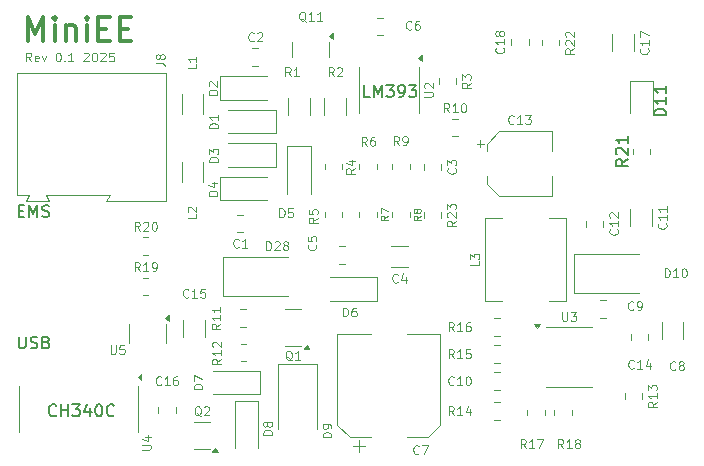
<source format=gto>
G04 #@! TF.GenerationSoftware,KiCad,Pcbnew,9.0.4*
G04 #@! TF.CreationDate,2025-10-03T12:39:18+02:00*
G04 #@! TF.ProjectId,Mini-EMS-ESP,4d696e69-2d45-44d5-932d-4553502e6b69,rev?*
G04 #@! TF.SameCoordinates,Original*
G04 #@! TF.FileFunction,Legend,Top*
G04 #@! TF.FilePolarity,Positive*
%FSLAX46Y46*%
G04 Gerber Fmt 4.6, Leading zero omitted, Abs format (unit mm)*
G04 Created by KiCad (PCBNEW 9.0.4) date 2025-10-03 12:39:18*
%MOMM*%
%LPD*%
G01*
G04 APERTURE LIST*
%ADD10C,0.150000*%
%ADD11C,0.300000*%
%ADD12C,0.120000*%
%ADD13C,0.100000*%
G04 APERTURE END LIST*
D10*
X71405979Y-103181209D02*
X71739312Y-103181209D01*
X71882169Y-103705019D02*
X71405979Y-103705019D01*
X71405979Y-103705019D02*
X71405979Y-102705019D01*
X71405979Y-102705019D02*
X71882169Y-102705019D01*
X72310741Y-103705019D02*
X72310741Y-102705019D01*
X72310741Y-102705019D02*
X72644074Y-103419304D01*
X72644074Y-103419304D02*
X72977407Y-102705019D01*
X72977407Y-102705019D02*
X72977407Y-103705019D01*
X73405979Y-103657400D02*
X73548836Y-103705019D01*
X73548836Y-103705019D02*
X73786931Y-103705019D01*
X73786931Y-103705019D02*
X73882169Y-103657400D01*
X73882169Y-103657400D02*
X73929788Y-103609780D01*
X73929788Y-103609780D02*
X73977407Y-103514542D01*
X73977407Y-103514542D02*
X73977407Y-103419304D01*
X73977407Y-103419304D02*
X73929788Y-103324066D01*
X73929788Y-103324066D02*
X73882169Y-103276447D01*
X73882169Y-103276447D02*
X73786931Y-103228828D01*
X73786931Y-103228828D02*
X73596455Y-103181209D01*
X73596455Y-103181209D02*
X73501217Y-103133590D01*
X73501217Y-103133590D02*
X73453598Y-103085971D01*
X73453598Y-103085971D02*
X73405979Y-102990733D01*
X73405979Y-102990733D02*
X73405979Y-102895495D01*
X73405979Y-102895495D02*
X73453598Y-102800257D01*
X73453598Y-102800257D02*
X73501217Y-102752638D01*
X73501217Y-102752638D02*
X73596455Y-102705019D01*
X73596455Y-102705019D02*
X73834550Y-102705019D01*
X73834550Y-102705019D02*
X73977407Y-102752638D01*
X71405979Y-113830219D02*
X71405979Y-114639742D01*
X71405979Y-114639742D02*
X71453598Y-114734980D01*
X71453598Y-114734980D02*
X71501217Y-114782600D01*
X71501217Y-114782600D02*
X71596455Y-114830219D01*
X71596455Y-114830219D02*
X71786931Y-114830219D01*
X71786931Y-114830219D02*
X71882169Y-114782600D01*
X71882169Y-114782600D02*
X71929788Y-114734980D01*
X71929788Y-114734980D02*
X71977407Y-114639742D01*
X71977407Y-114639742D02*
X71977407Y-113830219D01*
X72405979Y-114782600D02*
X72548836Y-114830219D01*
X72548836Y-114830219D02*
X72786931Y-114830219D01*
X72786931Y-114830219D02*
X72882169Y-114782600D01*
X72882169Y-114782600D02*
X72929788Y-114734980D01*
X72929788Y-114734980D02*
X72977407Y-114639742D01*
X72977407Y-114639742D02*
X72977407Y-114544504D01*
X72977407Y-114544504D02*
X72929788Y-114449266D01*
X72929788Y-114449266D02*
X72882169Y-114401647D01*
X72882169Y-114401647D02*
X72786931Y-114354028D01*
X72786931Y-114354028D02*
X72596455Y-114306409D01*
X72596455Y-114306409D02*
X72501217Y-114258790D01*
X72501217Y-114258790D02*
X72453598Y-114211171D01*
X72453598Y-114211171D02*
X72405979Y-114115933D01*
X72405979Y-114115933D02*
X72405979Y-114020695D01*
X72405979Y-114020695D02*
X72453598Y-113925457D01*
X72453598Y-113925457D02*
X72501217Y-113877838D01*
X72501217Y-113877838D02*
X72596455Y-113830219D01*
X72596455Y-113830219D02*
X72834550Y-113830219D01*
X72834550Y-113830219D02*
X72977407Y-113877838D01*
X73739312Y-114306409D02*
X73882169Y-114354028D01*
X73882169Y-114354028D02*
X73929788Y-114401647D01*
X73929788Y-114401647D02*
X73977407Y-114496885D01*
X73977407Y-114496885D02*
X73977407Y-114639742D01*
X73977407Y-114639742D02*
X73929788Y-114734980D01*
X73929788Y-114734980D02*
X73882169Y-114782600D01*
X73882169Y-114782600D02*
X73786931Y-114830219D01*
X73786931Y-114830219D02*
X73405979Y-114830219D01*
X73405979Y-114830219D02*
X73405979Y-113830219D01*
X73405979Y-113830219D02*
X73739312Y-113830219D01*
X73739312Y-113830219D02*
X73834550Y-113877838D01*
X73834550Y-113877838D02*
X73882169Y-113925457D01*
X73882169Y-113925457D02*
X73929788Y-114020695D01*
X73929788Y-114020695D02*
X73929788Y-114115933D01*
X73929788Y-114115933D02*
X73882169Y-114211171D01*
X73882169Y-114211171D02*
X73834550Y-114258790D01*
X73834550Y-114258790D02*
X73739312Y-114306409D01*
X73739312Y-114306409D02*
X73405979Y-114306409D01*
D11*
X72149158Y-88792038D02*
X72149158Y-86792038D01*
X72149158Y-86792038D02*
X72815825Y-88220609D01*
X72815825Y-88220609D02*
X73482491Y-86792038D01*
X73482491Y-86792038D02*
X73482491Y-88792038D01*
X74434872Y-88792038D02*
X74434872Y-87458704D01*
X74434872Y-86792038D02*
X74339634Y-86887276D01*
X74339634Y-86887276D02*
X74434872Y-86982514D01*
X74434872Y-86982514D02*
X74530110Y-86887276D01*
X74530110Y-86887276D02*
X74434872Y-86792038D01*
X74434872Y-86792038D02*
X74434872Y-86982514D01*
X75387253Y-87458704D02*
X75387253Y-88792038D01*
X75387253Y-87649180D02*
X75482491Y-87553942D01*
X75482491Y-87553942D02*
X75672967Y-87458704D01*
X75672967Y-87458704D02*
X75958682Y-87458704D01*
X75958682Y-87458704D02*
X76149158Y-87553942D01*
X76149158Y-87553942D02*
X76244396Y-87744419D01*
X76244396Y-87744419D02*
X76244396Y-88792038D01*
X77196777Y-88792038D02*
X77196777Y-87458704D01*
X77196777Y-86792038D02*
X77101539Y-86887276D01*
X77101539Y-86887276D02*
X77196777Y-86982514D01*
X77196777Y-86982514D02*
X77292015Y-86887276D01*
X77292015Y-86887276D02*
X77196777Y-86792038D01*
X77196777Y-86792038D02*
X77196777Y-86982514D01*
X78149158Y-87744419D02*
X78815825Y-87744419D01*
X79101539Y-88792038D02*
X78149158Y-88792038D01*
X78149158Y-88792038D02*
X78149158Y-86792038D01*
X78149158Y-86792038D02*
X79101539Y-86792038D01*
X79958682Y-87744419D02*
X80625349Y-87744419D01*
X80911063Y-88792038D02*
X79958682Y-88792038D01*
X79958682Y-88792038D02*
X79958682Y-86792038D01*
X79958682Y-86792038D02*
X80911063Y-86792038D01*
D10*
X101142969Y-93545019D02*
X100666779Y-93545019D01*
X100666779Y-93545019D02*
X100666779Y-92545019D01*
X101476303Y-93545019D02*
X101476303Y-92545019D01*
X101476303Y-92545019D02*
X101809636Y-93259304D01*
X101809636Y-93259304D02*
X102142969Y-92545019D01*
X102142969Y-92545019D02*
X102142969Y-93545019D01*
X102523922Y-92545019D02*
X103142969Y-92545019D01*
X103142969Y-92545019D02*
X102809636Y-92925971D01*
X102809636Y-92925971D02*
X102952493Y-92925971D01*
X102952493Y-92925971D02*
X103047731Y-92973590D01*
X103047731Y-92973590D02*
X103095350Y-93021209D01*
X103095350Y-93021209D02*
X103142969Y-93116447D01*
X103142969Y-93116447D02*
X103142969Y-93354542D01*
X103142969Y-93354542D02*
X103095350Y-93449780D01*
X103095350Y-93449780D02*
X103047731Y-93497400D01*
X103047731Y-93497400D02*
X102952493Y-93545019D01*
X102952493Y-93545019D02*
X102666779Y-93545019D01*
X102666779Y-93545019D02*
X102571541Y-93497400D01*
X102571541Y-93497400D02*
X102523922Y-93449780D01*
X103619160Y-93545019D02*
X103809636Y-93545019D01*
X103809636Y-93545019D02*
X103904874Y-93497400D01*
X103904874Y-93497400D02*
X103952493Y-93449780D01*
X103952493Y-93449780D02*
X104047731Y-93306923D01*
X104047731Y-93306923D02*
X104095350Y-93116447D01*
X104095350Y-93116447D02*
X104095350Y-92735495D01*
X104095350Y-92735495D02*
X104047731Y-92640257D01*
X104047731Y-92640257D02*
X104000112Y-92592638D01*
X104000112Y-92592638D02*
X103904874Y-92545019D01*
X103904874Y-92545019D02*
X103714398Y-92545019D01*
X103714398Y-92545019D02*
X103619160Y-92592638D01*
X103619160Y-92592638D02*
X103571541Y-92640257D01*
X103571541Y-92640257D02*
X103523922Y-92735495D01*
X103523922Y-92735495D02*
X103523922Y-92973590D01*
X103523922Y-92973590D02*
X103571541Y-93068828D01*
X103571541Y-93068828D02*
X103619160Y-93116447D01*
X103619160Y-93116447D02*
X103714398Y-93164066D01*
X103714398Y-93164066D02*
X103904874Y-93164066D01*
X103904874Y-93164066D02*
X104000112Y-93116447D01*
X104000112Y-93116447D02*
X104047731Y-93068828D01*
X104047731Y-93068828D02*
X104095350Y-92973590D01*
X104428684Y-92545019D02*
X105047731Y-92545019D01*
X105047731Y-92545019D02*
X104714398Y-92925971D01*
X104714398Y-92925971D02*
X104857255Y-92925971D01*
X104857255Y-92925971D02*
X104952493Y-92973590D01*
X104952493Y-92973590D02*
X105000112Y-93021209D01*
X105000112Y-93021209D02*
X105047731Y-93116447D01*
X105047731Y-93116447D02*
X105047731Y-93354542D01*
X105047731Y-93354542D02*
X105000112Y-93449780D01*
X105000112Y-93449780D02*
X104952493Y-93497400D01*
X104952493Y-93497400D02*
X104857255Y-93545019D01*
X104857255Y-93545019D02*
X104571541Y-93545019D01*
X104571541Y-93545019D02*
X104476303Y-93497400D01*
X104476303Y-93497400D02*
X104428684Y-93449780D01*
D12*
X72466489Y-90529174D02*
X72216489Y-90172031D01*
X72037918Y-90529174D02*
X72037918Y-89779174D01*
X72037918Y-89779174D02*
X72323632Y-89779174D01*
X72323632Y-89779174D02*
X72395061Y-89814888D01*
X72395061Y-89814888D02*
X72430775Y-89850602D01*
X72430775Y-89850602D02*
X72466489Y-89922031D01*
X72466489Y-89922031D02*
X72466489Y-90029174D01*
X72466489Y-90029174D02*
X72430775Y-90100602D01*
X72430775Y-90100602D02*
X72395061Y-90136317D01*
X72395061Y-90136317D02*
X72323632Y-90172031D01*
X72323632Y-90172031D02*
X72037918Y-90172031D01*
X73073632Y-90493460D02*
X73002204Y-90529174D01*
X73002204Y-90529174D02*
X72859347Y-90529174D01*
X72859347Y-90529174D02*
X72787918Y-90493460D01*
X72787918Y-90493460D02*
X72752204Y-90422031D01*
X72752204Y-90422031D02*
X72752204Y-90136317D01*
X72752204Y-90136317D02*
X72787918Y-90064888D01*
X72787918Y-90064888D02*
X72859347Y-90029174D01*
X72859347Y-90029174D02*
X73002204Y-90029174D01*
X73002204Y-90029174D02*
X73073632Y-90064888D01*
X73073632Y-90064888D02*
X73109347Y-90136317D01*
X73109347Y-90136317D02*
X73109347Y-90207745D01*
X73109347Y-90207745D02*
X72752204Y-90279174D01*
X73359346Y-90029174D02*
X73537918Y-90529174D01*
X73537918Y-90529174D02*
X73716489Y-90029174D01*
X74716490Y-89779174D02*
X74787919Y-89779174D01*
X74787919Y-89779174D02*
X74859347Y-89814888D01*
X74859347Y-89814888D02*
X74895062Y-89850602D01*
X74895062Y-89850602D02*
X74930776Y-89922031D01*
X74930776Y-89922031D02*
X74966490Y-90064888D01*
X74966490Y-90064888D02*
X74966490Y-90243460D01*
X74966490Y-90243460D02*
X74930776Y-90386317D01*
X74930776Y-90386317D02*
X74895062Y-90457745D01*
X74895062Y-90457745D02*
X74859347Y-90493460D01*
X74859347Y-90493460D02*
X74787919Y-90529174D01*
X74787919Y-90529174D02*
X74716490Y-90529174D01*
X74716490Y-90529174D02*
X74645062Y-90493460D01*
X74645062Y-90493460D02*
X74609347Y-90457745D01*
X74609347Y-90457745D02*
X74573633Y-90386317D01*
X74573633Y-90386317D02*
X74537919Y-90243460D01*
X74537919Y-90243460D02*
X74537919Y-90064888D01*
X74537919Y-90064888D02*
X74573633Y-89922031D01*
X74573633Y-89922031D02*
X74609347Y-89850602D01*
X74609347Y-89850602D02*
X74645062Y-89814888D01*
X74645062Y-89814888D02*
X74716490Y-89779174D01*
X75287919Y-90457745D02*
X75323633Y-90493460D01*
X75323633Y-90493460D02*
X75287919Y-90529174D01*
X75287919Y-90529174D02*
X75252205Y-90493460D01*
X75252205Y-90493460D02*
X75287919Y-90457745D01*
X75287919Y-90457745D02*
X75287919Y-90529174D01*
X76037919Y-90529174D02*
X75609348Y-90529174D01*
X75823633Y-90529174D02*
X75823633Y-89779174D01*
X75823633Y-89779174D02*
X75752205Y-89886317D01*
X75752205Y-89886317D02*
X75680776Y-89957745D01*
X75680776Y-89957745D02*
X75609348Y-89993460D01*
X76895063Y-89850602D02*
X76930777Y-89814888D01*
X76930777Y-89814888D02*
X77002206Y-89779174D01*
X77002206Y-89779174D02*
X77180777Y-89779174D01*
X77180777Y-89779174D02*
X77252206Y-89814888D01*
X77252206Y-89814888D02*
X77287920Y-89850602D01*
X77287920Y-89850602D02*
X77323634Y-89922031D01*
X77323634Y-89922031D02*
X77323634Y-89993460D01*
X77323634Y-89993460D02*
X77287920Y-90100602D01*
X77287920Y-90100602D02*
X76859348Y-90529174D01*
X76859348Y-90529174D02*
X77323634Y-90529174D01*
X77787920Y-89779174D02*
X77859349Y-89779174D01*
X77859349Y-89779174D02*
X77930777Y-89814888D01*
X77930777Y-89814888D02*
X77966492Y-89850602D01*
X77966492Y-89850602D02*
X78002206Y-89922031D01*
X78002206Y-89922031D02*
X78037920Y-90064888D01*
X78037920Y-90064888D02*
X78037920Y-90243460D01*
X78037920Y-90243460D02*
X78002206Y-90386317D01*
X78002206Y-90386317D02*
X77966492Y-90457745D01*
X77966492Y-90457745D02*
X77930777Y-90493460D01*
X77930777Y-90493460D02*
X77859349Y-90529174D01*
X77859349Y-90529174D02*
X77787920Y-90529174D01*
X77787920Y-90529174D02*
X77716492Y-90493460D01*
X77716492Y-90493460D02*
X77680777Y-90457745D01*
X77680777Y-90457745D02*
X77645063Y-90386317D01*
X77645063Y-90386317D02*
X77609349Y-90243460D01*
X77609349Y-90243460D02*
X77609349Y-90064888D01*
X77609349Y-90064888D02*
X77645063Y-89922031D01*
X77645063Y-89922031D02*
X77680777Y-89850602D01*
X77680777Y-89850602D02*
X77716492Y-89814888D01*
X77716492Y-89814888D02*
X77787920Y-89779174D01*
X78323635Y-89850602D02*
X78359349Y-89814888D01*
X78359349Y-89814888D02*
X78430778Y-89779174D01*
X78430778Y-89779174D02*
X78609349Y-89779174D01*
X78609349Y-89779174D02*
X78680778Y-89814888D01*
X78680778Y-89814888D02*
X78716492Y-89850602D01*
X78716492Y-89850602D02*
X78752206Y-89922031D01*
X78752206Y-89922031D02*
X78752206Y-89993460D01*
X78752206Y-89993460D02*
X78716492Y-90100602D01*
X78716492Y-90100602D02*
X78287920Y-90529174D01*
X78287920Y-90529174D02*
X78752206Y-90529174D01*
X79430778Y-89779174D02*
X79073635Y-89779174D01*
X79073635Y-89779174D02*
X79037921Y-90136317D01*
X79037921Y-90136317D02*
X79073635Y-90100602D01*
X79073635Y-90100602D02*
X79145064Y-90064888D01*
X79145064Y-90064888D02*
X79323635Y-90064888D01*
X79323635Y-90064888D02*
X79395064Y-90100602D01*
X79395064Y-90100602D02*
X79430778Y-90136317D01*
X79430778Y-90136317D02*
X79466492Y-90207745D01*
X79466492Y-90207745D02*
X79466492Y-90386317D01*
X79466492Y-90386317D02*
X79430778Y-90457745D01*
X79430778Y-90457745D02*
X79395064Y-90493460D01*
X79395064Y-90493460D02*
X79323635Y-90529174D01*
X79323635Y-90529174D02*
X79145064Y-90529174D01*
X79145064Y-90529174D02*
X79073635Y-90493460D01*
X79073635Y-90493460D02*
X79037921Y-90457745D01*
D10*
X74568207Y-120475380D02*
X74520588Y-120523000D01*
X74520588Y-120523000D02*
X74377731Y-120570619D01*
X74377731Y-120570619D02*
X74282493Y-120570619D01*
X74282493Y-120570619D02*
X74139636Y-120523000D01*
X74139636Y-120523000D02*
X74044398Y-120427761D01*
X74044398Y-120427761D02*
X73996779Y-120332523D01*
X73996779Y-120332523D02*
X73949160Y-120142047D01*
X73949160Y-120142047D02*
X73949160Y-119999190D01*
X73949160Y-119999190D02*
X73996779Y-119808714D01*
X73996779Y-119808714D02*
X74044398Y-119713476D01*
X74044398Y-119713476D02*
X74139636Y-119618238D01*
X74139636Y-119618238D02*
X74282493Y-119570619D01*
X74282493Y-119570619D02*
X74377731Y-119570619D01*
X74377731Y-119570619D02*
X74520588Y-119618238D01*
X74520588Y-119618238D02*
X74568207Y-119665857D01*
X74996779Y-120570619D02*
X74996779Y-119570619D01*
X74996779Y-120046809D02*
X75568207Y-120046809D01*
X75568207Y-120570619D02*
X75568207Y-119570619D01*
X75949160Y-119570619D02*
X76568207Y-119570619D01*
X76568207Y-119570619D02*
X76234874Y-119951571D01*
X76234874Y-119951571D02*
X76377731Y-119951571D01*
X76377731Y-119951571D02*
X76472969Y-119999190D01*
X76472969Y-119999190D02*
X76520588Y-120046809D01*
X76520588Y-120046809D02*
X76568207Y-120142047D01*
X76568207Y-120142047D02*
X76568207Y-120380142D01*
X76568207Y-120380142D02*
X76520588Y-120475380D01*
X76520588Y-120475380D02*
X76472969Y-120523000D01*
X76472969Y-120523000D02*
X76377731Y-120570619D01*
X76377731Y-120570619D02*
X76092017Y-120570619D01*
X76092017Y-120570619D02*
X75996779Y-120523000D01*
X75996779Y-120523000D02*
X75949160Y-120475380D01*
X77425350Y-119903952D02*
X77425350Y-120570619D01*
X77187255Y-119523000D02*
X76949160Y-120237285D01*
X76949160Y-120237285D02*
X77568207Y-120237285D01*
X78139636Y-119570619D02*
X78234874Y-119570619D01*
X78234874Y-119570619D02*
X78330112Y-119618238D01*
X78330112Y-119618238D02*
X78377731Y-119665857D01*
X78377731Y-119665857D02*
X78425350Y-119761095D01*
X78425350Y-119761095D02*
X78472969Y-119951571D01*
X78472969Y-119951571D02*
X78472969Y-120189666D01*
X78472969Y-120189666D02*
X78425350Y-120380142D01*
X78425350Y-120380142D02*
X78377731Y-120475380D01*
X78377731Y-120475380D02*
X78330112Y-120523000D01*
X78330112Y-120523000D02*
X78234874Y-120570619D01*
X78234874Y-120570619D02*
X78139636Y-120570619D01*
X78139636Y-120570619D02*
X78044398Y-120523000D01*
X78044398Y-120523000D02*
X77996779Y-120475380D01*
X77996779Y-120475380D02*
X77949160Y-120380142D01*
X77949160Y-120380142D02*
X77901541Y-120189666D01*
X77901541Y-120189666D02*
X77901541Y-119951571D01*
X77901541Y-119951571D02*
X77949160Y-119761095D01*
X77949160Y-119761095D02*
X77996779Y-119665857D01*
X77996779Y-119665857D02*
X78044398Y-119618238D01*
X78044398Y-119618238D02*
X78139636Y-119570619D01*
X79472969Y-120475380D02*
X79425350Y-120523000D01*
X79425350Y-120523000D02*
X79282493Y-120570619D01*
X79282493Y-120570619D02*
X79187255Y-120570619D01*
X79187255Y-120570619D02*
X79044398Y-120523000D01*
X79044398Y-120523000D02*
X78949160Y-120427761D01*
X78949160Y-120427761D02*
X78901541Y-120332523D01*
X78901541Y-120332523D02*
X78853922Y-120142047D01*
X78853922Y-120142047D02*
X78853922Y-119999190D01*
X78853922Y-119999190D02*
X78901541Y-119808714D01*
X78901541Y-119808714D02*
X78949160Y-119713476D01*
X78949160Y-119713476D02*
X79044398Y-119618238D01*
X79044398Y-119618238D02*
X79187255Y-119570619D01*
X79187255Y-119570619D02*
X79282493Y-119570619D01*
X79282493Y-119570619D02*
X79425350Y-119618238D01*
X79425350Y-119618238D02*
X79472969Y-119665857D01*
D12*
X109686724Y-92327000D02*
X109329581Y-92577000D01*
X109686724Y-92755571D02*
X108936724Y-92755571D01*
X108936724Y-92755571D02*
X108936724Y-92469857D01*
X108936724Y-92469857D02*
X108972438Y-92398428D01*
X108972438Y-92398428D02*
X109008152Y-92362714D01*
X109008152Y-92362714D02*
X109079581Y-92327000D01*
X109079581Y-92327000D02*
X109186724Y-92327000D01*
X109186724Y-92327000D02*
X109258152Y-92362714D01*
X109258152Y-92362714D02*
X109293867Y-92398428D01*
X109293867Y-92398428D02*
X109329581Y-92469857D01*
X109329581Y-92469857D02*
X109329581Y-92755571D01*
X108936724Y-92077000D02*
X108936724Y-91612714D01*
X108936724Y-91612714D02*
X109222438Y-91862714D01*
X109222438Y-91862714D02*
X109222438Y-91755571D01*
X109222438Y-91755571D02*
X109258152Y-91684143D01*
X109258152Y-91684143D02*
X109293867Y-91648428D01*
X109293867Y-91648428D02*
X109365295Y-91612714D01*
X109365295Y-91612714D02*
X109543867Y-91612714D01*
X109543867Y-91612714D02*
X109615295Y-91648428D01*
X109615295Y-91648428D02*
X109651010Y-91684143D01*
X109651010Y-91684143D02*
X109686724Y-91755571D01*
X109686724Y-91755571D02*
X109686724Y-91969857D01*
X109686724Y-91969857D02*
X109651010Y-92041285D01*
X109651010Y-92041285D02*
X109615295Y-92077000D01*
X94543571Y-115842152D02*
X94472142Y-115806438D01*
X94472142Y-115806438D02*
X94400714Y-115735010D01*
X94400714Y-115735010D02*
X94293571Y-115627867D01*
X94293571Y-115627867D02*
X94222142Y-115592152D01*
X94222142Y-115592152D02*
X94150714Y-115592152D01*
X94186428Y-115770724D02*
X94115000Y-115735010D01*
X94115000Y-115735010D02*
X94043571Y-115663581D01*
X94043571Y-115663581D02*
X94007857Y-115520724D01*
X94007857Y-115520724D02*
X94007857Y-115270724D01*
X94007857Y-115270724D02*
X94043571Y-115127867D01*
X94043571Y-115127867D02*
X94115000Y-115056438D01*
X94115000Y-115056438D02*
X94186428Y-115020724D01*
X94186428Y-115020724D02*
X94329285Y-115020724D01*
X94329285Y-115020724D02*
X94400714Y-115056438D01*
X94400714Y-115056438D02*
X94472142Y-115127867D01*
X94472142Y-115127867D02*
X94507857Y-115270724D01*
X94507857Y-115270724D02*
X94507857Y-115520724D01*
X94507857Y-115520724D02*
X94472142Y-115663581D01*
X94472142Y-115663581D02*
X94400714Y-115735010D01*
X94400714Y-115735010D02*
X94329285Y-115770724D01*
X94329285Y-115770724D02*
X94186428Y-115770724D01*
X95222142Y-115770724D02*
X94793571Y-115770724D01*
X95007856Y-115770724D02*
X95007856Y-115020724D01*
X95007856Y-115020724D02*
X94936428Y-115127867D01*
X94936428Y-115127867D02*
X94864999Y-115199295D01*
X94864999Y-115199295D02*
X94793571Y-115235010D01*
X123445999Y-111521295D02*
X123410285Y-111557010D01*
X123410285Y-111557010D02*
X123303142Y-111592724D01*
X123303142Y-111592724D02*
X123231714Y-111592724D01*
X123231714Y-111592724D02*
X123124571Y-111557010D01*
X123124571Y-111557010D02*
X123053142Y-111485581D01*
X123053142Y-111485581D02*
X123017428Y-111414152D01*
X123017428Y-111414152D02*
X122981714Y-111271295D01*
X122981714Y-111271295D02*
X122981714Y-111164152D01*
X122981714Y-111164152D02*
X123017428Y-111021295D01*
X123017428Y-111021295D02*
X123053142Y-110949867D01*
X123053142Y-110949867D02*
X123124571Y-110878438D01*
X123124571Y-110878438D02*
X123231714Y-110842724D01*
X123231714Y-110842724D02*
X123303142Y-110842724D01*
X123303142Y-110842724D02*
X123410285Y-110878438D01*
X123410285Y-110878438D02*
X123445999Y-110914152D01*
X123803142Y-111592724D02*
X123945999Y-111592724D01*
X123945999Y-111592724D02*
X124017428Y-111557010D01*
X124017428Y-111557010D02*
X124053142Y-111521295D01*
X124053142Y-111521295D02*
X124124571Y-111414152D01*
X124124571Y-111414152D02*
X124160285Y-111271295D01*
X124160285Y-111271295D02*
X124160285Y-110985581D01*
X124160285Y-110985581D02*
X124124571Y-110914152D01*
X124124571Y-110914152D02*
X124088857Y-110878438D01*
X124088857Y-110878438D02*
X124017428Y-110842724D01*
X124017428Y-110842724D02*
X123874571Y-110842724D01*
X123874571Y-110842724D02*
X123803142Y-110878438D01*
X123803142Y-110878438D02*
X123767428Y-110914152D01*
X123767428Y-110914152D02*
X123731714Y-110985581D01*
X123731714Y-110985581D02*
X123731714Y-111164152D01*
X123731714Y-111164152D02*
X123767428Y-111235581D01*
X123767428Y-111235581D02*
X123803142Y-111271295D01*
X123803142Y-111271295D02*
X123874571Y-111307010D01*
X123874571Y-111307010D02*
X124017428Y-111307010D01*
X124017428Y-111307010D02*
X124088857Y-111271295D01*
X124088857Y-111271295D02*
X124124571Y-111235581D01*
X124124571Y-111235581D02*
X124160285Y-111164152D01*
X108375295Y-99566000D02*
X108411010Y-99601714D01*
X108411010Y-99601714D02*
X108446724Y-99708857D01*
X108446724Y-99708857D02*
X108446724Y-99780285D01*
X108446724Y-99780285D02*
X108411010Y-99887428D01*
X108411010Y-99887428D02*
X108339581Y-99958857D01*
X108339581Y-99958857D02*
X108268152Y-99994571D01*
X108268152Y-99994571D02*
X108125295Y-100030285D01*
X108125295Y-100030285D02*
X108018152Y-100030285D01*
X108018152Y-100030285D02*
X107875295Y-99994571D01*
X107875295Y-99994571D02*
X107803867Y-99958857D01*
X107803867Y-99958857D02*
X107732438Y-99887428D01*
X107732438Y-99887428D02*
X107696724Y-99780285D01*
X107696724Y-99780285D02*
X107696724Y-99708857D01*
X107696724Y-99708857D02*
X107732438Y-99601714D01*
X107732438Y-99601714D02*
X107768152Y-99566000D01*
X107696724Y-99316000D02*
X107696724Y-98851714D01*
X107696724Y-98851714D02*
X107982438Y-99101714D01*
X107982438Y-99101714D02*
X107982438Y-98994571D01*
X107982438Y-98994571D02*
X108018152Y-98923143D01*
X108018152Y-98923143D02*
X108053867Y-98887428D01*
X108053867Y-98887428D02*
X108125295Y-98851714D01*
X108125295Y-98851714D02*
X108303867Y-98851714D01*
X108303867Y-98851714D02*
X108375295Y-98887428D01*
X108375295Y-98887428D02*
X108411010Y-98923143D01*
X108411010Y-98923143D02*
X108446724Y-98994571D01*
X108446724Y-98994571D02*
X108446724Y-99208857D01*
X108446724Y-99208857D02*
X108411010Y-99280285D01*
X108411010Y-99280285D02*
X108375295Y-99316000D01*
X122091295Y-104749143D02*
X122127010Y-104784857D01*
X122127010Y-104784857D02*
X122162724Y-104892000D01*
X122162724Y-104892000D02*
X122162724Y-104963428D01*
X122162724Y-104963428D02*
X122127010Y-105070571D01*
X122127010Y-105070571D02*
X122055581Y-105142000D01*
X122055581Y-105142000D02*
X121984152Y-105177714D01*
X121984152Y-105177714D02*
X121841295Y-105213428D01*
X121841295Y-105213428D02*
X121734152Y-105213428D01*
X121734152Y-105213428D02*
X121591295Y-105177714D01*
X121591295Y-105177714D02*
X121519867Y-105142000D01*
X121519867Y-105142000D02*
X121448438Y-105070571D01*
X121448438Y-105070571D02*
X121412724Y-104963428D01*
X121412724Y-104963428D02*
X121412724Y-104892000D01*
X121412724Y-104892000D02*
X121448438Y-104784857D01*
X121448438Y-104784857D02*
X121484152Y-104749143D01*
X122162724Y-104034857D02*
X122162724Y-104463428D01*
X122162724Y-104249143D02*
X121412724Y-104249143D01*
X121412724Y-104249143D02*
X121519867Y-104320571D01*
X121519867Y-104320571D02*
X121591295Y-104392000D01*
X121591295Y-104392000D02*
X121627010Y-104463428D01*
X121484152Y-103749142D02*
X121448438Y-103713428D01*
X121448438Y-103713428D02*
X121412724Y-103642000D01*
X121412724Y-103642000D02*
X121412724Y-103463428D01*
X121412724Y-103463428D02*
X121448438Y-103392000D01*
X121448438Y-103392000D02*
X121484152Y-103356285D01*
X121484152Y-103356285D02*
X121555581Y-103320571D01*
X121555581Y-103320571D02*
X121627010Y-103320571D01*
X121627010Y-103320571D02*
X121734152Y-103356285D01*
X121734152Y-103356285D02*
X122162724Y-103784857D01*
X122162724Y-103784857D02*
X122162724Y-103320571D01*
X88224724Y-101899571D02*
X87474724Y-101899571D01*
X87474724Y-101899571D02*
X87474724Y-101721000D01*
X87474724Y-101721000D02*
X87510438Y-101613857D01*
X87510438Y-101613857D02*
X87581867Y-101542428D01*
X87581867Y-101542428D02*
X87653295Y-101506714D01*
X87653295Y-101506714D02*
X87796152Y-101471000D01*
X87796152Y-101471000D02*
X87903295Y-101471000D01*
X87903295Y-101471000D02*
X88046152Y-101506714D01*
X88046152Y-101506714D02*
X88117581Y-101542428D01*
X88117581Y-101542428D02*
X88189010Y-101613857D01*
X88189010Y-101613857D02*
X88224724Y-101721000D01*
X88224724Y-101721000D02*
X88224724Y-101899571D01*
X87724724Y-100828143D02*
X88224724Y-100828143D01*
X87439010Y-101006714D02*
X87974724Y-101185285D01*
X87974724Y-101185285D02*
X87974724Y-100721000D01*
X123469856Y-116474295D02*
X123434142Y-116510010D01*
X123434142Y-116510010D02*
X123326999Y-116545724D01*
X123326999Y-116545724D02*
X123255571Y-116545724D01*
X123255571Y-116545724D02*
X123148428Y-116510010D01*
X123148428Y-116510010D02*
X123076999Y-116438581D01*
X123076999Y-116438581D02*
X123041285Y-116367152D01*
X123041285Y-116367152D02*
X123005571Y-116224295D01*
X123005571Y-116224295D02*
X123005571Y-116117152D01*
X123005571Y-116117152D02*
X123041285Y-115974295D01*
X123041285Y-115974295D02*
X123076999Y-115902867D01*
X123076999Y-115902867D02*
X123148428Y-115831438D01*
X123148428Y-115831438D02*
X123255571Y-115795724D01*
X123255571Y-115795724D02*
X123326999Y-115795724D01*
X123326999Y-115795724D02*
X123434142Y-115831438D01*
X123434142Y-115831438D02*
X123469856Y-115867152D01*
X124184142Y-116545724D02*
X123755571Y-116545724D01*
X123969856Y-116545724D02*
X123969856Y-115795724D01*
X123969856Y-115795724D02*
X123898428Y-115902867D01*
X123898428Y-115902867D02*
X123826999Y-115974295D01*
X123826999Y-115974295D02*
X123755571Y-116010010D01*
X124827000Y-116045724D02*
X124827000Y-116545724D01*
X124648428Y-115760010D02*
X124469857Y-116295724D01*
X124469857Y-116295724D02*
X124934142Y-116295724D01*
X83029724Y-90673999D02*
X83565438Y-90673999D01*
X83565438Y-90673999D02*
X83672581Y-90709714D01*
X83672581Y-90709714D02*
X83744010Y-90781142D01*
X83744010Y-90781142D02*
X83779724Y-90888285D01*
X83779724Y-90888285D02*
X83779724Y-90959714D01*
X83351152Y-90209713D02*
X83315438Y-90281142D01*
X83315438Y-90281142D02*
X83279724Y-90316856D01*
X83279724Y-90316856D02*
X83208295Y-90352570D01*
X83208295Y-90352570D02*
X83172581Y-90352570D01*
X83172581Y-90352570D02*
X83101152Y-90316856D01*
X83101152Y-90316856D02*
X83065438Y-90281142D01*
X83065438Y-90281142D02*
X83029724Y-90209713D01*
X83029724Y-90209713D02*
X83029724Y-90066856D01*
X83029724Y-90066856D02*
X83065438Y-89995428D01*
X83065438Y-89995428D02*
X83101152Y-89959713D01*
X83101152Y-89959713D02*
X83172581Y-89923999D01*
X83172581Y-89923999D02*
X83208295Y-89923999D01*
X83208295Y-89923999D02*
X83279724Y-89959713D01*
X83279724Y-89959713D02*
X83315438Y-89995428D01*
X83315438Y-89995428D02*
X83351152Y-90066856D01*
X83351152Y-90066856D02*
X83351152Y-90209713D01*
X83351152Y-90209713D02*
X83386867Y-90281142D01*
X83386867Y-90281142D02*
X83422581Y-90316856D01*
X83422581Y-90316856D02*
X83494010Y-90352570D01*
X83494010Y-90352570D02*
X83636867Y-90352570D01*
X83636867Y-90352570D02*
X83708295Y-90316856D01*
X83708295Y-90316856D02*
X83744010Y-90281142D01*
X83744010Y-90281142D02*
X83779724Y-90209713D01*
X83779724Y-90209713D02*
X83779724Y-90066856D01*
X83779724Y-90066856D02*
X83744010Y-89995428D01*
X83744010Y-89995428D02*
X83708295Y-89959713D01*
X83708295Y-89959713D02*
X83636867Y-89923999D01*
X83636867Y-89923999D02*
X83494010Y-89923999D01*
X83494010Y-89923999D02*
X83422581Y-89959713D01*
X83422581Y-89959713D02*
X83386867Y-89995428D01*
X83386867Y-89995428D02*
X83351152Y-90066856D01*
X85776256Y-110454495D02*
X85740542Y-110490210D01*
X85740542Y-110490210D02*
X85633399Y-110525924D01*
X85633399Y-110525924D02*
X85561971Y-110525924D01*
X85561971Y-110525924D02*
X85454828Y-110490210D01*
X85454828Y-110490210D02*
X85383399Y-110418781D01*
X85383399Y-110418781D02*
X85347685Y-110347352D01*
X85347685Y-110347352D02*
X85311971Y-110204495D01*
X85311971Y-110204495D02*
X85311971Y-110097352D01*
X85311971Y-110097352D02*
X85347685Y-109954495D01*
X85347685Y-109954495D02*
X85383399Y-109883067D01*
X85383399Y-109883067D02*
X85454828Y-109811638D01*
X85454828Y-109811638D02*
X85561971Y-109775924D01*
X85561971Y-109775924D02*
X85633399Y-109775924D01*
X85633399Y-109775924D02*
X85740542Y-109811638D01*
X85740542Y-109811638D02*
X85776256Y-109847352D01*
X86490542Y-110525924D02*
X86061971Y-110525924D01*
X86276256Y-110525924D02*
X86276256Y-109775924D01*
X86276256Y-109775924D02*
X86204828Y-109883067D01*
X86204828Y-109883067D02*
X86133399Y-109954495D01*
X86133399Y-109954495D02*
X86061971Y-109990210D01*
X87169114Y-109775924D02*
X86811971Y-109775924D01*
X86811971Y-109775924D02*
X86776257Y-110133067D01*
X86776257Y-110133067D02*
X86811971Y-110097352D01*
X86811971Y-110097352D02*
X86883400Y-110061638D01*
X86883400Y-110061638D02*
X87061971Y-110061638D01*
X87061971Y-110061638D02*
X87133400Y-110097352D01*
X87133400Y-110097352D02*
X87169114Y-110133067D01*
X87169114Y-110133067D02*
X87204828Y-110204495D01*
X87204828Y-110204495D02*
X87204828Y-110383067D01*
X87204828Y-110383067D02*
X87169114Y-110454495D01*
X87169114Y-110454495D02*
X87133400Y-110490210D01*
X87133400Y-110490210D02*
X87061971Y-110525924D01*
X87061971Y-110525924D02*
X86883400Y-110525924D01*
X86883400Y-110525924D02*
X86811971Y-110490210D01*
X86811971Y-110490210D02*
X86776257Y-110454495D01*
X105733724Y-93535428D02*
X106340867Y-93535428D01*
X106340867Y-93535428D02*
X106412295Y-93499714D01*
X106412295Y-93499714D02*
X106448010Y-93464000D01*
X106448010Y-93464000D02*
X106483724Y-93392571D01*
X106483724Y-93392571D02*
X106483724Y-93249714D01*
X106483724Y-93249714D02*
X106448010Y-93178285D01*
X106448010Y-93178285D02*
X106412295Y-93142571D01*
X106412295Y-93142571D02*
X106340867Y-93106857D01*
X106340867Y-93106857D02*
X105733724Y-93106857D01*
X105805152Y-92785428D02*
X105769438Y-92749714D01*
X105769438Y-92749714D02*
X105733724Y-92678286D01*
X105733724Y-92678286D02*
X105733724Y-92499714D01*
X105733724Y-92499714D02*
X105769438Y-92428286D01*
X105769438Y-92428286D02*
X105805152Y-92392571D01*
X105805152Y-92392571D02*
X105876581Y-92356857D01*
X105876581Y-92356857D02*
X105948010Y-92356857D01*
X105948010Y-92356857D02*
X106055152Y-92392571D01*
X106055152Y-92392571D02*
X106483724Y-92821143D01*
X106483724Y-92821143D02*
X106483724Y-92356857D01*
X95710428Y-87153152D02*
X95638999Y-87117438D01*
X95638999Y-87117438D02*
X95567571Y-87046010D01*
X95567571Y-87046010D02*
X95460428Y-86938867D01*
X95460428Y-86938867D02*
X95388999Y-86903152D01*
X95388999Y-86903152D02*
X95317571Y-86903152D01*
X95353285Y-87081724D02*
X95281857Y-87046010D01*
X95281857Y-87046010D02*
X95210428Y-86974581D01*
X95210428Y-86974581D02*
X95174714Y-86831724D01*
X95174714Y-86831724D02*
X95174714Y-86581724D01*
X95174714Y-86581724D02*
X95210428Y-86438867D01*
X95210428Y-86438867D02*
X95281857Y-86367438D01*
X95281857Y-86367438D02*
X95353285Y-86331724D01*
X95353285Y-86331724D02*
X95496142Y-86331724D01*
X95496142Y-86331724D02*
X95567571Y-86367438D01*
X95567571Y-86367438D02*
X95638999Y-86438867D01*
X95638999Y-86438867D02*
X95674714Y-86581724D01*
X95674714Y-86581724D02*
X95674714Y-86831724D01*
X95674714Y-86831724D02*
X95638999Y-86974581D01*
X95638999Y-86974581D02*
X95567571Y-87046010D01*
X95567571Y-87046010D02*
X95496142Y-87081724D01*
X95496142Y-87081724D02*
X95353285Y-87081724D01*
X96388999Y-87081724D02*
X95960428Y-87081724D01*
X96174713Y-87081724D02*
X96174713Y-86331724D01*
X96174713Y-86331724D02*
X96103285Y-86438867D01*
X96103285Y-86438867D02*
X96031856Y-86510295D01*
X96031856Y-86510295D02*
X95960428Y-86546010D01*
X97103285Y-87081724D02*
X96674714Y-87081724D01*
X96888999Y-87081724D02*
X96888999Y-86331724D01*
X96888999Y-86331724D02*
X96817571Y-86438867D01*
X96817571Y-86438867D02*
X96746142Y-86510295D01*
X96746142Y-86510295D02*
X96674714Y-86546010D01*
D13*
X105428371Y-103579599D02*
X105142657Y-103779599D01*
X105428371Y-103922456D02*
X104828371Y-103922456D01*
X104828371Y-103922456D02*
X104828371Y-103693885D01*
X104828371Y-103693885D02*
X104856942Y-103636742D01*
X104856942Y-103636742D02*
X104885514Y-103608171D01*
X104885514Y-103608171D02*
X104942657Y-103579599D01*
X104942657Y-103579599D02*
X105028371Y-103579599D01*
X105028371Y-103579599D02*
X105085514Y-103608171D01*
X105085514Y-103608171D02*
X105114085Y-103636742D01*
X105114085Y-103636742D02*
X105142657Y-103693885D01*
X105142657Y-103693885D02*
X105142657Y-103922456D01*
X105085514Y-103236742D02*
X105056942Y-103293885D01*
X105056942Y-103293885D02*
X105028371Y-103322456D01*
X105028371Y-103322456D02*
X104971228Y-103351028D01*
X104971228Y-103351028D02*
X104942657Y-103351028D01*
X104942657Y-103351028D02*
X104885514Y-103322456D01*
X104885514Y-103322456D02*
X104856942Y-103293885D01*
X104856942Y-103293885D02*
X104828371Y-103236742D01*
X104828371Y-103236742D02*
X104828371Y-103122456D01*
X104828371Y-103122456D02*
X104856942Y-103065314D01*
X104856942Y-103065314D02*
X104885514Y-103036742D01*
X104885514Y-103036742D02*
X104942657Y-103008171D01*
X104942657Y-103008171D02*
X104971228Y-103008171D01*
X104971228Y-103008171D02*
X105028371Y-103036742D01*
X105028371Y-103036742D02*
X105056942Y-103065314D01*
X105056942Y-103065314D02*
X105085514Y-103122456D01*
X105085514Y-103122456D02*
X105085514Y-103236742D01*
X105085514Y-103236742D02*
X105114085Y-103293885D01*
X105114085Y-103293885D02*
X105142657Y-103322456D01*
X105142657Y-103322456D02*
X105199800Y-103351028D01*
X105199800Y-103351028D02*
X105314085Y-103351028D01*
X105314085Y-103351028D02*
X105371228Y-103322456D01*
X105371228Y-103322456D02*
X105399800Y-103293885D01*
X105399800Y-103293885D02*
X105428371Y-103236742D01*
X105428371Y-103236742D02*
X105428371Y-103122456D01*
X105428371Y-103122456D02*
X105399800Y-103065314D01*
X105399800Y-103065314D02*
X105371228Y-103036742D01*
X105371228Y-103036742D02*
X105314085Y-103008171D01*
X105314085Y-103008171D02*
X105199800Y-103008171D01*
X105199800Y-103008171D02*
X105142657Y-103036742D01*
X105142657Y-103036742D02*
X105114085Y-103065314D01*
X105114085Y-103065314D02*
X105085514Y-103122456D01*
D12*
X81835924Y-123405828D02*
X82443067Y-123405828D01*
X82443067Y-123405828D02*
X82514495Y-123370114D01*
X82514495Y-123370114D02*
X82550210Y-123334400D01*
X82550210Y-123334400D02*
X82585924Y-123262971D01*
X82585924Y-123262971D02*
X82585924Y-123120114D01*
X82585924Y-123120114D02*
X82550210Y-123048685D01*
X82550210Y-123048685D02*
X82514495Y-123012971D01*
X82514495Y-123012971D02*
X82443067Y-122977257D01*
X82443067Y-122977257D02*
X81835924Y-122977257D01*
X82085924Y-122298686D02*
X82585924Y-122298686D01*
X81800210Y-122477257D02*
X82335924Y-122655828D01*
X82335924Y-122655828D02*
X82335924Y-122191543D01*
X99857924Y-99591400D02*
X99500781Y-99841400D01*
X99857924Y-100019971D02*
X99107924Y-100019971D01*
X99107924Y-100019971D02*
X99107924Y-99734257D01*
X99107924Y-99734257D02*
X99143638Y-99662828D01*
X99143638Y-99662828D02*
X99179352Y-99627114D01*
X99179352Y-99627114D02*
X99250781Y-99591400D01*
X99250781Y-99591400D02*
X99357924Y-99591400D01*
X99357924Y-99591400D02*
X99429352Y-99627114D01*
X99429352Y-99627114D02*
X99465067Y-99662828D01*
X99465067Y-99662828D02*
X99500781Y-99734257D01*
X99500781Y-99734257D02*
X99500781Y-100019971D01*
X99357924Y-98948543D02*
X99857924Y-98948543D01*
X99072210Y-99127114D02*
X99607924Y-99305685D01*
X99607924Y-99305685D02*
X99607924Y-98841400D01*
X108229856Y-120482724D02*
X107979856Y-120125581D01*
X107801285Y-120482724D02*
X107801285Y-119732724D01*
X107801285Y-119732724D02*
X108086999Y-119732724D01*
X108086999Y-119732724D02*
X108158428Y-119768438D01*
X108158428Y-119768438D02*
X108194142Y-119804152D01*
X108194142Y-119804152D02*
X108229856Y-119875581D01*
X108229856Y-119875581D02*
X108229856Y-119982724D01*
X108229856Y-119982724D02*
X108194142Y-120054152D01*
X108194142Y-120054152D02*
X108158428Y-120089867D01*
X108158428Y-120089867D02*
X108086999Y-120125581D01*
X108086999Y-120125581D02*
X107801285Y-120125581D01*
X108944142Y-120482724D02*
X108515571Y-120482724D01*
X108729856Y-120482724D02*
X108729856Y-119732724D01*
X108729856Y-119732724D02*
X108658428Y-119839867D01*
X108658428Y-119839867D02*
X108586999Y-119911295D01*
X108586999Y-119911295D02*
X108515571Y-119947010D01*
X109587000Y-119982724D02*
X109587000Y-120482724D01*
X109408428Y-119697010D02*
X109229857Y-120232724D01*
X109229857Y-120232724D02*
X109694142Y-120232724D01*
X125434724Y-119354143D02*
X125077581Y-119604143D01*
X125434724Y-119782714D02*
X124684724Y-119782714D01*
X124684724Y-119782714D02*
X124684724Y-119497000D01*
X124684724Y-119497000D02*
X124720438Y-119425571D01*
X124720438Y-119425571D02*
X124756152Y-119389857D01*
X124756152Y-119389857D02*
X124827581Y-119354143D01*
X124827581Y-119354143D02*
X124934724Y-119354143D01*
X124934724Y-119354143D02*
X125006152Y-119389857D01*
X125006152Y-119389857D02*
X125041867Y-119425571D01*
X125041867Y-119425571D02*
X125077581Y-119497000D01*
X125077581Y-119497000D02*
X125077581Y-119782714D01*
X125434724Y-118639857D02*
X125434724Y-119068428D01*
X125434724Y-118854143D02*
X124684724Y-118854143D01*
X124684724Y-118854143D02*
X124791867Y-118925571D01*
X124791867Y-118925571D02*
X124863295Y-118997000D01*
X124863295Y-118997000D02*
X124899010Y-119068428D01*
X124684724Y-118389857D02*
X124684724Y-117925571D01*
X124684724Y-117925571D02*
X124970438Y-118175571D01*
X124970438Y-118175571D02*
X124970438Y-118068428D01*
X124970438Y-118068428D02*
X125006152Y-117997000D01*
X125006152Y-117997000D02*
X125041867Y-117961285D01*
X125041867Y-117961285D02*
X125113295Y-117925571D01*
X125113295Y-117925571D02*
X125291867Y-117925571D01*
X125291867Y-117925571D02*
X125363295Y-117961285D01*
X125363295Y-117961285D02*
X125399010Y-117997000D01*
X125399010Y-117997000D02*
X125434724Y-118068428D01*
X125434724Y-118068428D02*
X125434724Y-118282714D01*
X125434724Y-118282714D02*
X125399010Y-118354142D01*
X125399010Y-118354142D02*
X125363295Y-118389857D01*
X126089285Y-108798724D02*
X126089285Y-108048724D01*
X126089285Y-108048724D02*
X126267856Y-108048724D01*
X126267856Y-108048724D02*
X126374999Y-108084438D01*
X126374999Y-108084438D02*
X126446428Y-108155867D01*
X126446428Y-108155867D02*
X126482142Y-108227295D01*
X126482142Y-108227295D02*
X126517856Y-108370152D01*
X126517856Y-108370152D02*
X126517856Y-108477295D01*
X126517856Y-108477295D02*
X126482142Y-108620152D01*
X126482142Y-108620152D02*
X126446428Y-108691581D01*
X126446428Y-108691581D02*
X126374999Y-108763010D01*
X126374999Y-108763010D02*
X126267856Y-108798724D01*
X126267856Y-108798724D02*
X126089285Y-108798724D01*
X127232142Y-108798724D02*
X126803571Y-108798724D01*
X127017856Y-108798724D02*
X127017856Y-108048724D01*
X127017856Y-108048724D02*
X126946428Y-108155867D01*
X126946428Y-108155867D02*
X126874999Y-108227295D01*
X126874999Y-108227295D02*
X126803571Y-108263010D01*
X127696428Y-108048724D02*
X127767857Y-108048724D01*
X127767857Y-108048724D02*
X127839285Y-108084438D01*
X127839285Y-108084438D02*
X127875000Y-108120152D01*
X127875000Y-108120152D02*
X127910714Y-108191581D01*
X127910714Y-108191581D02*
X127946428Y-108334438D01*
X127946428Y-108334438D02*
X127946428Y-108513010D01*
X127946428Y-108513010D02*
X127910714Y-108655867D01*
X127910714Y-108655867D02*
X127875000Y-108727295D01*
X127875000Y-108727295D02*
X127839285Y-108763010D01*
X127839285Y-108763010D02*
X127767857Y-108798724D01*
X127767857Y-108798724D02*
X127696428Y-108798724D01*
X127696428Y-108798724D02*
X127625000Y-108763010D01*
X127625000Y-108763010D02*
X127589285Y-108727295D01*
X127589285Y-108727295D02*
X127553571Y-108655867D01*
X127553571Y-108655867D02*
X127517857Y-108513010D01*
X127517857Y-108513010D02*
X127517857Y-108334438D01*
X127517857Y-108334438D02*
X127553571Y-108191581D01*
X127553571Y-108191581D02*
X127589285Y-108120152D01*
X127589285Y-108120152D02*
X127625000Y-108084438D01*
X127625000Y-108084438D02*
X127696428Y-108048724D01*
D10*
X126209219Y-95092685D02*
X125209219Y-95092685D01*
X125209219Y-95092685D02*
X125209219Y-94854590D01*
X125209219Y-94854590D02*
X125256838Y-94711733D01*
X125256838Y-94711733D02*
X125352076Y-94616495D01*
X125352076Y-94616495D02*
X125447314Y-94568876D01*
X125447314Y-94568876D02*
X125637790Y-94521257D01*
X125637790Y-94521257D02*
X125780647Y-94521257D01*
X125780647Y-94521257D02*
X125971123Y-94568876D01*
X125971123Y-94568876D02*
X126066361Y-94616495D01*
X126066361Y-94616495D02*
X126161600Y-94711733D01*
X126161600Y-94711733D02*
X126209219Y-94854590D01*
X126209219Y-94854590D02*
X126209219Y-95092685D01*
X126209219Y-93568876D02*
X126209219Y-94140304D01*
X126209219Y-93854590D02*
X125209219Y-93854590D01*
X125209219Y-93854590D02*
X125352076Y-93949828D01*
X125352076Y-93949828D02*
X125447314Y-94045066D01*
X125447314Y-94045066D02*
X125494933Y-94140304D01*
X126209219Y-92616495D02*
X126209219Y-93187923D01*
X126209219Y-92902209D02*
X125209219Y-92902209D01*
X125209219Y-92902209D02*
X125352076Y-92997447D01*
X125352076Y-92997447D02*
X125447314Y-93092685D01*
X125447314Y-93092685D02*
X125494933Y-93187923D01*
D12*
X104649999Y-87772295D02*
X104614285Y-87808010D01*
X104614285Y-87808010D02*
X104507142Y-87843724D01*
X104507142Y-87843724D02*
X104435714Y-87843724D01*
X104435714Y-87843724D02*
X104328571Y-87808010D01*
X104328571Y-87808010D02*
X104257142Y-87736581D01*
X104257142Y-87736581D02*
X104221428Y-87665152D01*
X104221428Y-87665152D02*
X104185714Y-87522295D01*
X104185714Y-87522295D02*
X104185714Y-87415152D01*
X104185714Y-87415152D02*
X104221428Y-87272295D01*
X104221428Y-87272295D02*
X104257142Y-87200867D01*
X104257142Y-87200867D02*
X104328571Y-87129438D01*
X104328571Y-87129438D02*
X104435714Y-87093724D01*
X104435714Y-87093724D02*
X104507142Y-87093724D01*
X104507142Y-87093724D02*
X104614285Y-87129438D01*
X104614285Y-87129438D02*
X104649999Y-87165152D01*
X105292857Y-87093724D02*
X105149999Y-87093724D01*
X105149999Y-87093724D02*
X105078571Y-87129438D01*
X105078571Y-87129438D02*
X105042857Y-87165152D01*
X105042857Y-87165152D02*
X104971428Y-87272295D01*
X104971428Y-87272295D02*
X104935714Y-87415152D01*
X104935714Y-87415152D02*
X104935714Y-87700867D01*
X104935714Y-87700867D02*
X104971428Y-87772295D01*
X104971428Y-87772295D02*
X105007142Y-87808010D01*
X105007142Y-87808010D02*
X105078571Y-87843724D01*
X105078571Y-87843724D02*
X105221428Y-87843724D01*
X105221428Y-87843724D02*
X105292857Y-87808010D01*
X105292857Y-87808010D02*
X105328571Y-87772295D01*
X105328571Y-87772295D02*
X105364285Y-87700867D01*
X105364285Y-87700867D02*
X105364285Y-87522295D01*
X105364285Y-87522295D02*
X105328571Y-87450867D01*
X105328571Y-87450867D02*
X105292857Y-87415152D01*
X105292857Y-87415152D02*
X105221428Y-87379438D01*
X105221428Y-87379438D02*
X105078571Y-87379438D01*
X105078571Y-87379438D02*
X105007142Y-87415152D01*
X105007142Y-87415152D02*
X104971428Y-87450867D01*
X104971428Y-87450867D02*
X104935714Y-87522295D01*
X88275524Y-96184571D02*
X87525524Y-96184571D01*
X87525524Y-96184571D02*
X87525524Y-96006000D01*
X87525524Y-96006000D02*
X87561238Y-95898857D01*
X87561238Y-95898857D02*
X87632667Y-95827428D01*
X87632667Y-95827428D02*
X87704095Y-95791714D01*
X87704095Y-95791714D02*
X87846952Y-95756000D01*
X87846952Y-95756000D02*
X87954095Y-95756000D01*
X87954095Y-95756000D02*
X88096952Y-95791714D01*
X88096952Y-95791714D02*
X88168381Y-95827428D01*
X88168381Y-95827428D02*
X88239810Y-95898857D01*
X88239810Y-95898857D02*
X88275524Y-96006000D01*
X88275524Y-96006000D02*
X88275524Y-96184571D01*
X88275524Y-95041714D02*
X88275524Y-95470285D01*
X88275524Y-95256000D02*
X87525524Y-95256000D01*
X87525524Y-95256000D02*
X87632667Y-95327428D01*
X87632667Y-95327428D02*
X87704095Y-95398857D01*
X87704095Y-95398857D02*
X87739810Y-95470285D01*
X110390724Y-107439999D02*
X110390724Y-107797142D01*
X110390724Y-107797142D02*
X109640724Y-107797142D01*
X109640724Y-107261428D02*
X109640724Y-106797142D01*
X109640724Y-106797142D02*
X109926438Y-107047142D01*
X109926438Y-107047142D02*
X109926438Y-106939999D01*
X109926438Y-106939999D02*
X109962152Y-106868571D01*
X109962152Y-106868571D02*
X109997867Y-106832856D01*
X109997867Y-106832856D02*
X110069295Y-106797142D01*
X110069295Y-106797142D02*
X110247867Y-106797142D01*
X110247867Y-106797142D02*
X110319295Y-106832856D01*
X110319295Y-106832856D02*
X110355010Y-106868571D01*
X110355010Y-106868571D02*
X110390724Y-106939999D01*
X110390724Y-106939999D02*
X110390724Y-107154285D01*
X110390724Y-107154285D02*
X110355010Y-107225713D01*
X110355010Y-107225713D02*
X110319295Y-107261428D01*
X108229856Y-115656724D02*
X107979856Y-115299581D01*
X107801285Y-115656724D02*
X107801285Y-114906724D01*
X107801285Y-114906724D02*
X108086999Y-114906724D01*
X108086999Y-114906724D02*
X108158428Y-114942438D01*
X108158428Y-114942438D02*
X108194142Y-114978152D01*
X108194142Y-114978152D02*
X108229856Y-115049581D01*
X108229856Y-115049581D02*
X108229856Y-115156724D01*
X108229856Y-115156724D02*
X108194142Y-115228152D01*
X108194142Y-115228152D02*
X108158428Y-115263867D01*
X108158428Y-115263867D02*
X108086999Y-115299581D01*
X108086999Y-115299581D02*
X107801285Y-115299581D01*
X108944142Y-115656724D02*
X108515571Y-115656724D01*
X108729856Y-115656724D02*
X108729856Y-114906724D01*
X108729856Y-114906724D02*
X108658428Y-115013867D01*
X108658428Y-115013867D02*
X108586999Y-115085295D01*
X108586999Y-115085295D02*
X108515571Y-115121010D01*
X109622714Y-114906724D02*
X109265571Y-114906724D01*
X109265571Y-114906724D02*
X109229857Y-115263867D01*
X109229857Y-115263867D02*
X109265571Y-115228152D01*
X109265571Y-115228152D02*
X109337000Y-115192438D01*
X109337000Y-115192438D02*
X109515571Y-115192438D01*
X109515571Y-115192438D02*
X109587000Y-115228152D01*
X109587000Y-115228152D02*
X109622714Y-115263867D01*
X109622714Y-115263867D02*
X109658428Y-115335295D01*
X109658428Y-115335295D02*
X109658428Y-115513867D01*
X109658428Y-115513867D02*
X109622714Y-115585295D01*
X109622714Y-115585295D02*
X109587000Y-115621010D01*
X109587000Y-115621010D02*
X109515571Y-115656724D01*
X109515571Y-115656724D02*
X109337000Y-115656724D01*
X109337000Y-115656724D02*
X109265571Y-115621010D01*
X109265571Y-115621010D02*
X109229857Y-115585295D01*
X88529524Y-115696543D02*
X88172381Y-115946543D01*
X88529524Y-116125114D02*
X87779524Y-116125114D01*
X87779524Y-116125114D02*
X87779524Y-115839400D01*
X87779524Y-115839400D02*
X87815238Y-115767971D01*
X87815238Y-115767971D02*
X87850952Y-115732257D01*
X87850952Y-115732257D02*
X87922381Y-115696543D01*
X87922381Y-115696543D02*
X88029524Y-115696543D01*
X88029524Y-115696543D02*
X88100952Y-115732257D01*
X88100952Y-115732257D02*
X88136667Y-115767971D01*
X88136667Y-115767971D02*
X88172381Y-115839400D01*
X88172381Y-115839400D02*
X88172381Y-116125114D01*
X88529524Y-114982257D02*
X88529524Y-115410828D01*
X88529524Y-115196543D02*
X87779524Y-115196543D01*
X87779524Y-115196543D02*
X87886667Y-115267971D01*
X87886667Y-115267971D02*
X87958095Y-115339400D01*
X87958095Y-115339400D02*
X87993810Y-115410828D01*
X87850952Y-114696542D02*
X87815238Y-114660828D01*
X87815238Y-114660828D02*
X87779524Y-114589400D01*
X87779524Y-114589400D02*
X87779524Y-114410828D01*
X87779524Y-114410828D02*
X87815238Y-114339400D01*
X87815238Y-114339400D02*
X87850952Y-114303685D01*
X87850952Y-114303685D02*
X87922381Y-114267971D01*
X87922381Y-114267971D02*
X87993810Y-114267971D01*
X87993810Y-114267971D02*
X88100952Y-114303685D01*
X88100952Y-114303685D02*
X88529524Y-114732257D01*
X88529524Y-114732257D02*
X88529524Y-114267971D01*
X100865399Y-97673524D02*
X100615399Y-97316381D01*
X100436828Y-97673524D02*
X100436828Y-96923524D01*
X100436828Y-96923524D02*
X100722542Y-96923524D01*
X100722542Y-96923524D02*
X100793971Y-96959238D01*
X100793971Y-96959238D02*
X100829685Y-96994952D01*
X100829685Y-96994952D02*
X100865399Y-97066381D01*
X100865399Y-97066381D02*
X100865399Y-97173524D01*
X100865399Y-97173524D02*
X100829685Y-97244952D01*
X100829685Y-97244952D02*
X100793971Y-97280667D01*
X100793971Y-97280667D02*
X100722542Y-97316381D01*
X100722542Y-97316381D02*
X100436828Y-97316381D01*
X101508257Y-96923524D02*
X101365399Y-96923524D01*
X101365399Y-96923524D02*
X101293971Y-96959238D01*
X101293971Y-96959238D02*
X101258257Y-96994952D01*
X101258257Y-96994952D02*
X101186828Y-97102095D01*
X101186828Y-97102095D02*
X101151114Y-97244952D01*
X101151114Y-97244952D02*
X101151114Y-97530667D01*
X101151114Y-97530667D02*
X101186828Y-97602095D01*
X101186828Y-97602095D02*
X101222542Y-97637810D01*
X101222542Y-97637810D02*
X101293971Y-97673524D01*
X101293971Y-97673524D02*
X101436828Y-97673524D01*
X101436828Y-97673524D02*
X101508257Y-97637810D01*
X101508257Y-97637810D02*
X101543971Y-97602095D01*
X101543971Y-97602095D02*
X101579685Y-97530667D01*
X101579685Y-97530667D02*
X101579685Y-97352095D01*
X101579685Y-97352095D02*
X101543971Y-97280667D01*
X101543971Y-97280667D02*
X101508257Y-97244952D01*
X101508257Y-97244952D02*
X101436828Y-97209238D01*
X101436828Y-97209238D02*
X101293971Y-97209238D01*
X101293971Y-97209238D02*
X101222542Y-97244952D01*
X101222542Y-97244952D02*
X101186828Y-97280667D01*
X101186828Y-97280667D02*
X101151114Y-97352095D01*
D13*
X102634371Y-103579599D02*
X102348657Y-103779599D01*
X102634371Y-103922456D02*
X102034371Y-103922456D01*
X102034371Y-103922456D02*
X102034371Y-103693885D01*
X102034371Y-103693885D02*
X102062942Y-103636742D01*
X102062942Y-103636742D02*
X102091514Y-103608171D01*
X102091514Y-103608171D02*
X102148657Y-103579599D01*
X102148657Y-103579599D02*
X102234371Y-103579599D01*
X102234371Y-103579599D02*
X102291514Y-103608171D01*
X102291514Y-103608171D02*
X102320085Y-103636742D01*
X102320085Y-103636742D02*
X102348657Y-103693885D01*
X102348657Y-103693885D02*
X102348657Y-103922456D01*
X102034371Y-103379599D02*
X102034371Y-102979599D01*
X102034371Y-102979599D02*
X102634371Y-103236742D01*
D12*
X103608599Y-97622724D02*
X103358599Y-97265581D01*
X103180028Y-97622724D02*
X103180028Y-96872724D01*
X103180028Y-96872724D02*
X103465742Y-96872724D01*
X103465742Y-96872724D02*
X103537171Y-96908438D01*
X103537171Y-96908438D02*
X103572885Y-96944152D01*
X103572885Y-96944152D02*
X103608599Y-97015581D01*
X103608599Y-97015581D02*
X103608599Y-97122724D01*
X103608599Y-97122724D02*
X103572885Y-97194152D01*
X103572885Y-97194152D02*
X103537171Y-97229867D01*
X103537171Y-97229867D02*
X103465742Y-97265581D01*
X103465742Y-97265581D02*
X103180028Y-97265581D01*
X103965742Y-97622724D02*
X104108599Y-97622724D01*
X104108599Y-97622724D02*
X104180028Y-97587010D01*
X104180028Y-97587010D02*
X104215742Y-97551295D01*
X104215742Y-97551295D02*
X104287171Y-97444152D01*
X104287171Y-97444152D02*
X104322885Y-97301295D01*
X104322885Y-97301295D02*
X104322885Y-97015581D01*
X104322885Y-97015581D02*
X104287171Y-96944152D01*
X104287171Y-96944152D02*
X104251457Y-96908438D01*
X104251457Y-96908438D02*
X104180028Y-96872724D01*
X104180028Y-96872724D02*
X104037171Y-96872724D01*
X104037171Y-96872724D02*
X103965742Y-96908438D01*
X103965742Y-96908438D02*
X103930028Y-96944152D01*
X103930028Y-96944152D02*
X103894314Y-97015581D01*
X103894314Y-97015581D02*
X103894314Y-97194152D01*
X103894314Y-97194152D02*
X103930028Y-97265581D01*
X103930028Y-97265581D02*
X103965742Y-97301295D01*
X103965742Y-97301295D02*
X104037171Y-97337010D01*
X104037171Y-97337010D02*
X104180028Y-97337010D01*
X104180028Y-97337010D02*
X104251457Y-97301295D01*
X104251457Y-97301295D02*
X104287171Y-97265581D01*
X104287171Y-97265581D02*
X104322885Y-97194152D01*
X117411571Y-111760724D02*
X117411571Y-112367867D01*
X117411571Y-112367867D02*
X117447285Y-112439295D01*
X117447285Y-112439295D02*
X117483000Y-112475010D01*
X117483000Y-112475010D02*
X117554428Y-112510724D01*
X117554428Y-112510724D02*
X117697285Y-112510724D01*
X117697285Y-112510724D02*
X117768714Y-112475010D01*
X117768714Y-112475010D02*
X117804428Y-112439295D01*
X117804428Y-112439295D02*
X117840142Y-112367867D01*
X117840142Y-112367867D02*
X117840142Y-111760724D01*
X118125856Y-111760724D02*
X118590142Y-111760724D01*
X118590142Y-111760724D02*
X118340142Y-112046438D01*
X118340142Y-112046438D02*
X118447285Y-112046438D01*
X118447285Y-112046438D02*
X118518714Y-112082152D01*
X118518714Y-112082152D02*
X118554428Y-112117867D01*
X118554428Y-112117867D02*
X118590142Y-112189295D01*
X118590142Y-112189295D02*
X118590142Y-112367867D01*
X118590142Y-112367867D02*
X118554428Y-112439295D01*
X118554428Y-112439295D02*
X118518714Y-112475010D01*
X118518714Y-112475010D02*
X118447285Y-112510724D01*
X118447285Y-112510724D02*
X118232999Y-112510724D01*
X118232999Y-112510724D02*
X118161571Y-112475010D01*
X118161571Y-112475010D02*
X118125856Y-112439295D01*
X127001999Y-116601295D02*
X126966285Y-116637010D01*
X126966285Y-116637010D02*
X126859142Y-116672724D01*
X126859142Y-116672724D02*
X126787714Y-116672724D01*
X126787714Y-116672724D02*
X126680571Y-116637010D01*
X126680571Y-116637010D02*
X126609142Y-116565581D01*
X126609142Y-116565581D02*
X126573428Y-116494152D01*
X126573428Y-116494152D02*
X126537714Y-116351295D01*
X126537714Y-116351295D02*
X126537714Y-116244152D01*
X126537714Y-116244152D02*
X126573428Y-116101295D01*
X126573428Y-116101295D02*
X126609142Y-116029867D01*
X126609142Y-116029867D02*
X126680571Y-115958438D01*
X126680571Y-115958438D02*
X126787714Y-115922724D01*
X126787714Y-115922724D02*
X126859142Y-115922724D01*
X126859142Y-115922724D02*
X126966285Y-115958438D01*
X126966285Y-115958438D02*
X127001999Y-115994152D01*
X127430571Y-116244152D02*
X127359142Y-116208438D01*
X127359142Y-116208438D02*
X127323428Y-116172724D01*
X127323428Y-116172724D02*
X127287714Y-116101295D01*
X127287714Y-116101295D02*
X127287714Y-116065581D01*
X127287714Y-116065581D02*
X127323428Y-115994152D01*
X127323428Y-115994152D02*
X127359142Y-115958438D01*
X127359142Y-115958438D02*
X127430571Y-115922724D01*
X127430571Y-115922724D02*
X127573428Y-115922724D01*
X127573428Y-115922724D02*
X127644857Y-115958438D01*
X127644857Y-115958438D02*
X127680571Y-115994152D01*
X127680571Y-115994152D02*
X127716285Y-116065581D01*
X127716285Y-116065581D02*
X127716285Y-116101295D01*
X127716285Y-116101295D02*
X127680571Y-116172724D01*
X127680571Y-116172724D02*
X127644857Y-116208438D01*
X127644857Y-116208438D02*
X127573428Y-116244152D01*
X127573428Y-116244152D02*
X127430571Y-116244152D01*
X127430571Y-116244152D02*
X127359142Y-116279867D01*
X127359142Y-116279867D02*
X127323428Y-116315581D01*
X127323428Y-116315581D02*
X127287714Y-116387010D01*
X127287714Y-116387010D02*
X127287714Y-116529867D01*
X127287714Y-116529867D02*
X127323428Y-116601295D01*
X127323428Y-116601295D02*
X127359142Y-116637010D01*
X127359142Y-116637010D02*
X127430571Y-116672724D01*
X127430571Y-116672724D02*
X127573428Y-116672724D01*
X127573428Y-116672724D02*
X127644857Y-116637010D01*
X127644857Y-116637010D02*
X127680571Y-116601295D01*
X127680571Y-116601295D02*
X127716285Y-116529867D01*
X127716285Y-116529867D02*
X127716285Y-116387010D01*
X127716285Y-116387010D02*
X127680571Y-116315581D01*
X127680571Y-116315581D02*
X127644857Y-116279867D01*
X127644857Y-116279867D02*
X127573428Y-116244152D01*
X108229856Y-113370724D02*
X107979856Y-113013581D01*
X107801285Y-113370724D02*
X107801285Y-112620724D01*
X107801285Y-112620724D02*
X108086999Y-112620724D01*
X108086999Y-112620724D02*
X108158428Y-112656438D01*
X108158428Y-112656438D02*
X108194142Y-112692152D01*
X108194142Y-112692152D02*
X108229856Y-112763581D01*
X108229856Y-112763581D02*
X108229856Y-112870724D01*
X108229856Y-112870724D02*
X108194142Y-112942152D01*
X108194142Y-112942152D02*
X108158428Y-112977867D01*
X108158428Y-112977867D02*
X108086999Y-113013581D01*
X108086999Y-113013581D02*
X107801285Y-113013581D01*
X108944142Y-113370724D02*
X108515571Y-113370724D01*
X108729856Y-113370724D02*
X108729856Y-112620724D01*
X108729856Y-112620724D02*
X108658428Y-112727867D01*
X108658428Y-112727867D02*
X108586999Y-112799295D01*
X108586999Y-112799295D02*
X108515571Y-112835010D01*
X109587000Y-112620724D02*
X109444142Y-112620724D01*
X109444142Y-112620724D02*
X109372714Y-112656438D01*
X109372714Y-112656438D02*
X109337000Y-112692152D01*
X109337000Y-112692152D02*
X109265571Y-112799295D01*
X109265571Y-112799295D02*
X109229857Y-112942152D01*
X109229857Y-112942152D02*
X109229857Y-113227867D01*
X109229857Y-113227867D02*
X109265571Y-113299295D01*
X109265571Y-113299295D02*
X109301285Y-113335010D01*
X109301285Y-113335010D02*
X109372714Y-113370724D01*
X109372714Y-113370724D02*
X109515571Y-113370724D01*
X109515571Y-113370724D02*
X109587000Y-113335010D01*
X109587000Y-113335010D02*
X109622714Y-113299295D01*
X109622714Y-113299295D02*
X109658428Y-113227867D01*
X109658428Y-113227867D02*
X109658428Y-113049295D01*
X109658428Y-113049295D02*
X109622714Y-112977867D01*
X109622714Y-112977867D02*
X109587000Y-112942152D01*
X109587000Y-112942152D02*
X109515571Y-112906438D01*
X109515571Y-112906438D02*
X109372714Y-112906438D01*
X109372714Y-112906438D02*
X109301285Y-112942152D01*
X109301285Y-112942152D02*
X109265571Y-112977867D01*
X109265571Y-112977867D02*
X109229857Y-113049295D01*
X126198295Y-104241143D02*
X126234010Y-104276857D01*
X126234010Y-104276857D02*
X126269724Y-104384000D01*
X126269724Y-104384000D02*
X126269724Y-104455428D01*
X126269724Y-104455428D02*
X126234010Y-104562571D01*
X126234010Y-104562571D02*
X126162581Y-104634000D01*
X126162581Y-104634000D02*
X126091152Y-104669714D01*
X126091152Y-104669714D02*
X125948295Y-104705428D01*
X125948295Y-104705428D02*
X125841152Y-104705428D01*
X125841152Y-104705428D02*
X125698295Y-104669714D01*
X125698295Y-104669714D02*
X125626867Y-104634000D01*
X125626867Y-104634000D02*
X125555438Y-104562571D01*
X125555438Y-104562571D02*
X125519724Y-104455428D01*
X125519724Y-104455428D02*
X125519724Y-104384000D01*
X125519724Y-104384000D02*
X125555438Y-104276857D01*
X125555438Y-104276857D02*
X125591152Y-104241143D01*
X126269724Y-103526857D02*
X126269724Y-103955428D01*
X126269724Y-103741143D02*
X125519724Y-103741143D01*
X125519724Y-103741143D02*
X125626867Y-103812571D01*
X125626867Y-103812571D02*
X125698295Y-103884000D01*
X125698295Y-103884000D02*
X125734010Y-103955428D01*
X126269724Y-102812571D02*
X126269724Y-103241142D01*
X126269724Y-103026857D02*
X125519724Y-103026857D01*
X125519724Y-103026857D02*
X125626867Y-103098285D01*
X125626867Y-103098285D02*
X125698295Y-103169714D01*
X125698295Y-103169714D02*
X125734010Y-103241142D01*
X88478724Y-112750143D02*
X88121581Y-113000143D01*
X88478724Y-113178714D02*
X87728724Y-113178714D01*
X87728724Y-113178714D02*
X87728724Y-112893000D01*
X87728724Y-112893000D02*
X87764438Y-112821571D01*
X87764438Y-112821571D02*
X87800152Y-112785857D01*
X87800152Y-112785857D02*
X87871581Y-112750143D01*
X87871581Y-112750143D02*
X87978724Y-112750143D01*
X87978724Y-112750143D02*
X88050152Y-112785857D01*
X88050152Y-112785857D02*
X88085867Y-112821571D01*
X88085867Y-112821571D02*
X88121581Y-112893000D01*
X88121581Y-112893000D02*
X88121581Y-113178714D01*
X88478724Y-112035857D02*
X88478724Y-112464428D01*
X88478724Y-112250143D02*
X87728724Y-112250143D01*
X87728724Y-112250143D02*
X87835867Y-112321571D01*
X87835867Y-112321571D02*
X87907295Y-112393000D01*
X87907295Y-112393000D02*
X87943010Y-112464428D01*
X88478724Y-111321571D02*
X88478724Y-111750142D01*
X88478724Y-111535857D02*
X87728724Y-111535857D01*
X87728724Y-111535857D02*
X87835867Y-111607285D01*
X87835867Y-111607285D02*
X87907295Y-111678714D01*
X87907295Y-111678714D02*
X87943010Y-111750142D01*
X88224724Y-93348238D02*
X87474724Y-93348238D01*
X87474724Y-93348238D02*
X87474724Y-93169667D01*
X87474724Y-93169667D02*
X87510438Y-93062524D01*
X87510438Y-93062524D02*
X87581867Y-92991095D01*
X87581867Y-92991095D02*
X87653295Y-92955381D01*
X87653295Y-92955381D02*
X87796152Y-92919667D01*
X87796152Y-92919667D02*
X87903295Y-92919667D01*
X87903295Y-92919667D02*
X88046152Y-92955381D01*
X88046152Y-92955381D02*
X88117581Y-92991095D01*
X88117581Y-92991095D02*
X88189010Y-93062524D01*
X88189010Y-93062524D02*
X88224724Y-93169667D01*
X88224724Y-93169667D02*
X88224724Y-93348238D01*
X87546152Y-92633952D02*
X87510438Y-92598238D01*
X87510438Y-92598238D02*
X87474724Y-92526810D01*
X87474724Y-92526810D02*
X87474724Y-92348238D01*
X87474724Y-92348238D02*
X87510438Y-92276810D01*
X87510438Y-92276810D02*
X87546152Y-92241095D01*
X87546152Y-92241095D02*
X87617581Y-92205381D01*
X87617581Y-92205381D02*
X87689010Y-92205381D01*
X87689010Y-92205381D02*
X87796152Y-92241095D01*
X87796152Y-92241095D02*
X88224724Y-92669667D01*
X88224724Y-92669667D02*
X88224724Y-92205381D01*
X118424324Y-89432943D02*
X118067181Y-89682943D01*
X118424324Y-89861514D02*
X117674324Y-89861514D01*
X117674324Y-89861514D02*
X117674324Y-89575800D01*
X117674324Y-89575800D02*
X117710038Y-89504371D01*
X117710038Y-89504371D02*
X117745752Y-89468657D01*
X117745752Y-89468657D02*
X117817181Y-89432943D01*
X117817181Y-89432943D02*
X117924324Y-89432943D01*
X117924324Y-89432943D02*
X117995752Y-89468657D01*
X117995752Y-89468657D02*
X118031467Y-89504371D01*
X118031467Y-89504371D02*
X118067181Y-89575800D01*
X118067181Y-89575800D02*
X118067181Y-89861514D01*
X117745752Y-89147228D02*
X117710038Y-89111514D01*
X117710038Y-89111514D02*
X117674324Y-89040086D01*
X117674324Y-89040086D02*
X117674324Y-88861514D01*
X117674324Y-88861514D02*
X117710038Y-88790086D01*
X117710038Y-88790086D02*
X117745752Y-88754371D01*
X117745752Y-88754371D02*
X117817181Y-88718657D01*
X117817181Y-88718657D02*
X117888610Y-88718657D01*
X117888610Y-88718657D02*
X117995752Y-88754371D01*
X117995752Y-88754371D02*
X118424324Y-89182943D01*
X118424324Y-89182943D02*
X118424324Y-88718657D01*
X117745752Y-88432942D02*
X117710038Y-88397228D01*
X117710038Y-88397228D02*
X117674324Y-88325800D01*
X117674324Y-88325800D02*
X117674324Y-88147228D01*
X117674324Y-88147228D02*
X117710038Y-88075800D01*
X117710038Y-88075800D02*
X117745752Y-88040085D01*
X117745752Y-88040085D02*
X117817181Y-88004371D01*
X117817181Y-88004371D02*
X117888610Y-88004371D01*
X117888610Y-88004371D02*
X117995752Y-88040085D01*
X117995752Y-88040085D02*
X118424324Y-88468657D01*
X118424324Y-88468657D02*
X118424324Y-88004371D01*
X90044999Y-106216295D02*
X90009285Y-106252010D01*
X90009285Y-106252010D02*
X89902142Y-106287724D01*
X89902142Y-106287724D02*
X89830714Y-106287724D01*
X89830714Y-106287724D02*
X89723571Y-106252010D01*
X89723571Y-106252010D02*
X89652142Y-106180581D01*
X89652142Y-106180581D02*
X89616428Y-106109152D01*
X89616428Y-106109152D02*
X89580714Y-105966295D01*
X89580714Y-105966295D02*
X89580714Y-105859152D01*
X89580714Y-105859152D02*
X89616428Y-105716295D01*
X89616428Y-105716295D02*
X89652142Y-105644867D01*
X89652142Y-105644867D02*
X89723571Y-105573438D01*
X89723571Y-105573438D02*
X89830714Y-105537724D01*
X89830714Y-105537724D02*
X89902142Y-105537724D01*
X89902142Y-105537724D02*
X90009285Y-105573438D01*
X90009285Y-105573438D02*
X90044999Y-105609152D01*
X90759285Y-106287724D02*
X90330714Y-106287724D01*
X90544999Y-106287724D02*
X90544999Y-105537724D01*
X90544999Y-105537724D02*
X90473571Y-105644867D01*
X90473571Y-105644867D02*
X90402142Y-105716295D01*
X90402142Y-105716295D02*
X90330714Y-105752010D01*
X91314999Y-88759295D02*
X91279285Y-88795010D01*
X91279285Y-88795010D02*
X91172142Y-88830724D01*
X91172142Y-88830724D02*
X91100714Y-88830724D01*
X91100714Y-88830724D02*
X90993571Y-88795010D01*
X90993571Y-88795010D02*
X90922142Y-88723581D01*
X90922142Y-88723581D02*
X90886428Y-88652152D01*
X90886428Y-88652152D02*
X90850714Y-88509295D01*
X90850714Y-88509295D02*
X90850714Y-88402152D01*
X90850714Y-88402152D02*
X90886428Y-88259295D01*
X90886428Y-88259295D02*
X90922142Y-88187867D01*
X90922142Y-88187867D02*
X90993571Y-88116438D01*
X90993571Y-88116438D02*
X91100714Y-88080724D01*
X91100714Y-88080724D02*
X91172142Y-88080724D01*
X91172142Y-88080724D02*
X91279285Y-88116438D01*
X91279285Y-88116438D02*
X91314999Y-88152152D01*
X91600714Y-88152152D02*
X91636428Y-88116438D01*
X91636428Y-88116438D02*
X91707857Y-88080724D01*
X91707857Y-88080724D02*
X91886428Y-88080724D01*
X91886428Y-88080724D02*
X91957857Y-88116438D01*
X91957857Y-88116438D02*
X91993571Y-88152152D01*
X91993571Y-88152152D02*
X92029285Y-88223581D01*
X92029285Y-88223581D02*
X92029285Y-88295010D01*
X92029285Y-88295010D02*
X91993571Y-88402152D01*
X91993571Y-88402152D02*
X91564999Y-88830724D01*
X91564999Y-88830724D02*
X92029285Y-88830724D01*
X94413799Y-91780724D02*
X94163799Y-91423581D01*
X93985228Y-91780724D02*
X93985228Y-91030724D01*
X93985228Y-91030724D02*
X94270942Y-91030724D01*
X94270942Y-91030724D02*
X94342371Y-91066438D01*
X94342371Y-91066438D02*
X94378085Y-91102152D01*
X94378085Y-91102152D02*
X94413799Y-91173581D01*
X94413799Y-91173581D02*
X94413799Y-91280724D01*
X94413799Y-91280724D02*
X94378085Y-91352152D01*
X94378085Y-91352152D02*
X94342371Y-91387867D01*
X94342371Y-91387867D02*
X94270942Y-91423581D01*
X94270942Y-91423581D02*
X93985228Y-91423581D01*
X95128085Y-91780724D02*
X94699514Y-91780724D01*
X94913799Y-91780724D02*
X94913799Y-91030724D01*
X94913799Y-91030724D02*
X94842371Y-91137867D01*
X94842371Y-91137867D02*
X94770942Y-91209295D01*
X94770942Y-91209295D02*
X94699514Y-91245010D01*
X112432095Y-89382143D02*
X112467810Y-89417857D01*
X112467810Y-89417857D02*
X112503524Y-89525000D01*
X112503524Y-89525000D02*
X112503524Y-89596428D01*
X112503524Y-89596428D02*
X112467810Y-89703571D01*
X112467810Y-89703571D02*
X112396381Y-89775000D01*
X112396381Y-89775000D02*
X112324952Y-89810714D01*
X112324952Y-89810714D02*
X112182095Y-89846428D01*
X112182095Y-89846428D02*
X112074952Y-89846428D01*
X112074952Y-89846428D02*
X111932095Y-89810714D01*
X111932095Y-89810714D02*
X111860667Y-89775000D01*
X111860667Y-89775000D02*
X111789238Y-89703571D01*
X111789238Y-89703571D02*
X111753524Y-89596428D01*
X111753524Y-89596428D02*
X111753524Y-89525000D01*
X111753524Y-89525000D02*
X111789238Y-89417857D01*
X111789238Y-89417857D02*
X111824952Y-89382143D01*
X112503524Y-88667857D02*
X112503524Y-89096428D01*
X112503524Y-88882143D02*
X111753524Y-88882143D01*
X111753524Y-88882143D02*
X111860667Y-88953571D01*
X111860667Y-88953571D02*
X111932095Y-89025000D01*
X111932095Y-89025000D02*
X111967810Y-89096428D01*
X112074952Y-88239285D02*
X112039238Y-88310714D01*
X112039238Y-88310714D02*
X112003524Y-88346428D01*
X112003524Y-88346428D02*
X111932095Y-88382142D01*
X111932095Y-88382142D02*
X111896381Y-88382142D01*
X111896381Y-88382142D02*
X111824952Y-88346428D01*
X111824952Y-88346428D02*
X111789238Y-88310714D01*
X111789238Y-88310714D02*
X111753524Y-88239285D01*
X111753524Y-88239285D02*
X111753524Y-88096428D01*
X111753524Y-88096428D02*
X111789238Y-88025000D01*
X111789238Y-88025000D02*
X111824952Y-87989285D01*
X111824952Y-87989285D02*
X111896381Y-87953571D01*
X111896381Y-87953571D02*
X111932095Y-87953571D01*
X111932095Y-87953571D02*
X112003524Y-87989285D01*
X112003524Y-87989285D02*
X112039238Y-88025000D01*
X112039238Y-88025000D02*
X112074952Y-88096428D01*
X112074952Y-88096428D02*
X112074952Y-88239285D01*
X112074952Y-88239285D02*
X112110667Y-88310714D01*
X112110667Y-88310714D02*
X112146381Y-88346428D01*
X112146381Y-88346428D02*
X112217810Y-88382142D01*
X112217810Y-88382142D02*
X112360667Y-88382142D01*
X112360667Y-88382142D02*
X112432095Y-88346428D01*
X112432095Y-88346428D02*
X112467810Y-88310714D01*
X112467810Y-88310714D02*
X112503524Y-88239285D01*
X112503524Y-88239285D02*
X112503524Y-88096428D01*
X112503524Y-88096428D02*
X112467810Y-88025000D01*
X112467810Y-88025000D02*
X112432095Y-87989285D01*
X112432095Y-87989285D02*
X112360667Y-87953571D01*
X112360667Y-87953571D02*
X112217810Y-87953571D01*
X112217810Y-87953571D02*
X112146381Y-87989285D01*
X112146381Y-87989285D02*
X112110667Y-88025000D01*
X112110667Y-88025000D02*
X112074952Y-88096428D01*
X114325856Y-123276724D02*
X114075856Y-122919581D01*
X113897285Y-123276724D02*
X113897285Y-122526724D01*
X113897285Y-122526724D02*
X114182999Y-122526724D01*
X114182999Y-122526724D02*
X114254428Y-122562438D01*
X114254428Y-122562438D02*
X114290142Y-122598152D01*
X114290142Y-122598152D02*
X114325856Y-122669581D01*
X114325856Y-122669581D02*
X114325856Y-122776724D01*
X114325856Y-122776724D02*
X114290142Y-122848152D01*
X114290142Y-122848152D02*
X114254428Y-122883867D01*
X114254428Y-122883867D02*
X114182999Y-122919581D01*
X114182999Y-122919581D02*
X113897285Y-122919581D01*
X115040142Y-123276724D02*
X114611571Y-123276724D01*
X114825856Y-123276724D02*
X114825856Y-122526724D01*
X114825856Y-122526724D02*
X114754428Y-122633867D01*
X114754428Y-122633867D02*
X114682999Y-122705295D01*
X114682999Y-122705295D02*
X114611571Y-122741010D01*
X115290142Y-122526724D02*
X115790142Y-122526724D01*
X115790142Y-122526724D02*
X115468714Y-123276724D01*
X83464856Y-117871295D02*
X83429142Y-117907010D01*
X83429142Y-117907010D02*
X83321999Y-117942724D01*
X83321999Y-117942724D02*
X83250571Y-117942724D01*
X83250571Y-117942724D02*
X83143428Y-117907010D01*
X83143428Y-117907010D02*
X83071999Y-117835581D01*
X83071999Y-117835581D02*
X83036285Y-117764152D01*
X83036285Y-117764152D02*
X83000571Y-117621295D01*
X83000571Y-117621295D02*
X83000571Y-117514152D01*
X83000571Y-117514152D02*
X83036285Y-117371295D01*
X83036285Y-117371295D02*
X83071999Y-117299867D01*
X83071999Y-117299867D02*
X83143428Y-117228438D01*
X83143428Y-117228438D02*
X83250571Y-117192724D01*
X83250571Y-117192724D02*
X83321999Y-117192724D01*
X83321999Y-117192724D02*
X83429142Y-117228438D01*
X83429142Y-117228438D02*
X83464856Y-117264152D01*
X84179142Y-117942724D02*
X83750571Y-117942724D01*
X83964856Y-117942724D02*
X83964856Y-117192724D01*
X83964856Y-117192724D02*
X83893428Y-117299867D01*
X83893428Y-117299867D02*
X83821999Y-117371295D01*
X83821999Y-117371295D02*
X83750571Y-117407010D01*
X84822000Y-117192724D02*
X84679142Y-117192724D01*
X84679142Y-117192724D02*
X84607714Y-117228438D01*
X84607714Y-117228438D02*
X84572000Y-117264152D01*
X84572000Y-117264152D02*
X84500571Y-117371295D01*
X84500571Y-117371295D02*
X84464857Y-117514152D01*
X84464857Y-117514152D02*
X84464857Y-117799867D01*
X84464857Y-117799867D02*
X84500571Y-117871295D01*
X84500571Y-117871295D02*
X84536285Y-117907010D01*
X84536285Y-117907010D02*
X84607714Y-117942724D01*
X84607714Y-117942724D02*
X84750571Y-117942724D01*
X84750571Y-117942724D02*
X84822000Y-117907010D01*
X84822000Y-117907010D02*
X84857714Y-117871295D01*
X84857714Y-117871295D02*
X84893428Y-117799867D01*
X84893428Y-117799867D02*
X84893428Y-117621295D01*
X84893428Y-117621295D02*
X84857714Y-117549867D01*
X84857714Y-117549867D02*
X84822000Y-117514152D01*
X84822000Y-117514152D02*
X84750571Y-117478438D01*
X84750571Y-117478438D02*
X84607714Y-117478438D01*
X84607714Y-117478438D02*
X84536285Y-117514152D01*
X84536285Y-117514152D02*
X84500571Y-117549867D01*
X84500571Y-117549867D02*
X84464857Y-117621295D01*
X107848856Y-94829724D02*
X107598856Y-94472581D01*
X107420285Y-94829724D02*
X107420285Y-94079724D01*
X107420285Y-94079724D02*
X107705999Y-94079724D01*
X107705999Y-94079724D02*
X107777428Y-94115438D01*
X107777428Y-94115438D02*
X107813142Y-94151152D01*
X107813142Y-94151152D02*
X107848856Y-94222581D01*
X107848856Y-94222581D02*
X107848856Y-94329724D01*
X107848856Y-94329724D02*
X107813142Y-94401152D01*
X107813142Y-94401152D02*
X107777428Y-94436867D01*
X107777428Y-94436867D02*
X107705999Y-94472581D01*
X107705999Y-94472581D02*
X107420285Y-94472581D01*
X108563142Y-94829724D02*
X108134571Y-94829724D01*
X108348856Y-94829724D02*
X108348856Y-94079724D01*
X108348856Y-94079724D02*
X108277428Y-94186867D01*
X108277428Y-94186867D02*
X108205999Y-94258295D01*
X108205999Y-94258295D02*
X108134571Y-94294010D01*
X109027428Y-94079724D02*
X109098857Y-94079724D01*
X109098857Y-94079724D02*
X109170285Y-94115438D01*
X109170285Y-94115438D02*
X109206000Y-94151152D01*
X109206000Y-94151152D02*
X109241714Y-94222581D01*
X109241714Y-94222581D02*
X109277428Y-94365438D01*
X109277428Y-94365438D02*
X109277428Y-94544010D01*
X109277428Y-94544010D02*
X109241714Y-94686867D01*
X109241714Y-94686867D02*
X109206000Y-94758295D01*
X109206000Y-94758295D02*
X109170285Y-94794010D01*
X109170285Y-94794010D02*
X109098857Y-94829724D01*
X109098857Y-94829724D02*
X109027428Y-94829724D01*
X109027428Y-94829724D02*
X108956000Y-94794010D01*
X108956000Y-94794010D02*
X108920285Y-94758295D01*
X108920285Y-94758295D02*
X108884571Y-94686867D01*
X108884571Y-94686867D02*
X108848857Y-94544010D01*
X108848857Y-94544010D02*
X108848857Y-94365438D01*
X108848857Y-94365438D02*
X108884571Y-94222581D01*
X108884571Y-94222581D02*
X108920285Y-94151152D01*
X108920285Y-94151152D02*
X108956000Y-94115438D01*
X108956000Y-94115438D02*
X109027428Y-94079724D01*
X113309856Y-95756295D02*
X113274142Y-95792010D01*
X113274142Y-95792010D02*
X113166999Y-95827724D01*
X113166999Y-95827724D02*
X113095571Y-95827724D01*
X113095571Y-95827724D02*
X112988428Y-95792010D01*
X112988428Y-95792010D02*
X112916999Y-95720581D01*
X112916999Y-95720581D02*
X112881285Y-95649152D01*
X112881285Y-95649152D02*
X112845571Y-95506295D01*
X112845571Y-95506295D02*
X112845571Y-95399152D01*
X112845571Y-95399152D02*
X112881285Y-95256295D01*
X112881285Y-95256295D02*
X112916999Y-95184867D01*
X112916999Y-95184867D02*
X112988428Y-95113438D01*
X112988428Y-95113438D02*
X113095571Y-95077724D01*
X113095571Y-95077724D02*
X113166999Y-95077724D01*
X113166999Y-95077724D02*
X113274142Y-95113438D01*
X113274142Y-95113438D02*
X113309856Y-95149152D01*
X114024142Y-95827724D02*
X113595571Y-95827724D01*
X113809856Y-95827724D02*
X113809856Y-95077724D01*
X113809856Y-95077724D02*
X113738428Y-95184867D01*
X113738428Y-95184867D02*
X113666999Y-95256295D01*
X113666999Y-95256295D02*
X113595571Y-95292010D01*
X114274142Y-95077724D02*
X114738428Y-95077724D01*
X114738428Y-95077724D02*
X114488428Y-95363438D01*
X114488428Y-95363438D02*
X114595571Y-95363438D01*
X114595571Y-95363438D02*
X114667000Y-95399152D01*
X114667000Y-95399152D02*
X114702714Y-95434867D01*
X114702714Y-95434867D02*
X114738428Y-95506295D01*
X114738428Y-95506295D02*
X114738428Y-95684867D01*
X114738428Y-95684867D02*
X114702714Y-95756295D01*
X114702714Y-95756295D02*
X114667000Y-95792010D01*
X114667000Y-95792010D02*
X114595571Y-95827724D01*
X114595571Y-95827724D02*
X114381285Y-95827724D01*
X114381285Y-95827724D02*
X114309857Y-95792010D01*
X114309857Y-95792010D02*
X114274142Y-95756295D01*
D10*
X122960019Y-98788457D02*
X122483828Y-99121790D01*
X122960019Y-99359885D02*
X121960019Y-99359885D01*
X121960019Y-99359885D02*
X121960019Y-98978933D01*
X121960019Y-98978933D02*
X122007638Y-98883695D01*
X122007638Y-98883695D02*
X122055257Y-98836076D01*
X122055257Y-98836076D02*
X122150495Y-98788457D01*
X122150495Y-98788457D02*
X122293352Y-98788457D01*
X122293352Y-98788457D02*
X122388590Y-98836076D01*
X122388590Y-98836076D02*
X122436209Y-98883695D01*
X122436209Y-98883695D02*
X122483828Y-98978933D01*
X122483828Y-98978933D02*
X122483828Y-99359885D01*
X122055257Y-98407504D02*
X122007638Y-98359885D01*
X122007638Y-98359885D02*
X121960019Y-98264647D01*
X121960019Y-98264647D02*
X121960019Y-98026552D01*
X121960019Y-98026552D02*
X122007638Y-97931314D01*
X122007638Y-97931314D02*
X122055257Y-97883695D01*
X122055257Y-97883695D02*
X122150495Y-97836076D01*
X122150495Y-97836076D02*
X122245733Y-97836076D01*
X122245733Y-97836076D02*
X122388590Y-97883695D01*
X122388590Y-97883695D02*
X122960019Y-98455123D01*
X122960019Y-98455123D02*
X122960019Y-97836076D01*
X122960019Y-96883695D02*
X122960019Y-97455123D01*
X122960019Y-97169409D02*
X121960019Y-97169409D01*
X121960019Y-97169409D02*
X122102876Y-97264647D01*
X122102876Y-97264647D02*
X122198114Y-97359885D01*
X122198114Y-97359885D02*
X122245733Y-97455123D01*
D12*
X105284999Y-123713295D02*
X105249285Y-123749010D01*
X105249285Y-123749010D02*
X105142142Y-123784724D01*
X105142142Y-123784724D02*
X105070714Y-123784724D01*
X105070714Y-123784724D02*
X104963571Y-123749010D01*
X104963571Y-123749010D02*
X104892142Y-123677581D01*
X104892142Y-123677581D02*
X104856428Y-123606152D01*
X104856428Y-123606152D02*
X104820714Y-123463295D01*
X104820714Y-123463295D02*
X104820714Y-123356152D01*
X104820714Y-123356152D02*
X104856428Y-123213295D01*
X104856428Y-123213295D02*
X104892142Y-123141867D01*
X104892142Y-123141867D02*
X104963571Y-123070438D01*
X104963571Y-123070438D02*
X105070714Y-123034724D01*
X105070714Y-123034724D02*
X105142142Y-123034724D01*
X105142142Y-123034724D02*
X105249285Y-123070438D01*
X105249285Y-123070438D02*
X105284999Y-123106152D01*
X105534999Y-123034724D02*
X106034999Y-123034724D01*
X106034999Y-123034724D02*
X105713571Y-123784724D01*
X108229856Y-117871295D02*
X108194142Y-117907010D01*
X108194142Y-117907010D02*
X108086999Y-117942724D01*
X108086999Y-117942724D02*
X108015571Y-117942724D01*
X108015571Y-117942724D02*
X107908428Y-117907010D01*
X107908428Y-117907010D02*
X107836999Y-117835581D01*
X107836999Y-117835581D02*
X107801285Y-117764152D01*
X107801285Y-117764152D02*
X107765571Y-117621295D01*
X107765571Y-117621295D02*
X107765571Y-117514152D01*
X107765571Y-117514152D02*
X107801285Y-117371295D01*
X107801285Y-117371295D02*
X107836999Y-117299867D01*
X107836999Y-117299867D02*
X107908428Y-117228438D01*
X107908428Y-117228438D02*
X108015571Y-117192724D01*
X108015571Y-117192724D02*
X108086999Y-117192724D01*
X108086999Y-117192724D02*
X108194142Y-117228438D01*
X108194142Y-117228438D02*
X108229856Y-117264152D01*
X108944142Y-117942724D02*
X108515571Y-117942724D01*
X108729856Y-117942724D02*
X108729856Y-117192724D01*
X108729856Y-117192724D02*
X108658428Y-117299867D01*
X108658428Y-117299867D02*
X108586999Y-117371295D01*
X108586999Y-117371295D02*
X108515571Y-117407010D01*
X109408428Y-117192724D02*
X109479857Y-117192724D01*
X109479857Y-117192724D02*
X109551285Y-117228438D01*
X109551285Y-117228438D02*
X109587000Y-117264152D01*
X109587000Y-117264152D02*
X109622714Y-117335581D01*
X109622714Y-117335581D02*
X109658428Y-117478438D01*
X109658428Y-117478438D02*
X109658428Y-117657010D01*
X109658428Y-117657010D02*
X109622714Y-117799867D01*
X109622714Y-117799867D02*
X109587000Y-117871295D01*
X109587000Y-117871295D02*
X109551285Y-117907010D01*
X109551285Y-117907010D02*
X109479857Y-117942724D01*
X109479857Y-117942724D02*
X109408428Y-117942724D01*
X109408428Y-117942724D02*
X109337000Y-117907010D01*
X109337000Y-117907010D02*
X109301285Y-117871295D01*
X109301285Y-117871295D02*
X109265571Y-117799867D01*
X109265571Y-117799867D02*
X109229857Y-117657010D01*
X109229857Y-117657010D02*
X109229857Y-117478438D01*
X109229857Y-117478438D02*
X109265571Y-117335581D01*
X109265571Y-117335581D02*
X109301285Y-117264152D01*
X109301285Y-117264152D02*
X109337000Y-117228438D01*
X109337000Y-117228438D02*
X109408428Y-117192724D01*
X81663356Y-104862724D02*
X81413356Y-104505581D01*
X81234785Y-104862724D02*
X81234785Y-104112724D01*
X81234785Y-104112724D02*
X81520499Y-104112724D01*
X81520499Y-104112724D02*
X81591928Y-104148438D01*
X81591928Y-104148438D02*
X81627642Y-104184152D01*
X81627642Y-104184152D02*
X81663356Y-104255581D01*
X81663356Y-104255581D02*
X81663356Y-104362724D01*
X81663356Y-104362724D02*
X81627642Y-104434152D01*
X81627642Y-104434152D02*
X81591928Y-104469867D01*
X81591928Y-104469867D02*
X81520499Y-104505581D01*
X81520499Y-104505581D02*
X81234785Y-104505581D01*
X81949071Y-104184152D02*
X81984785Y-104148438D01*
X81984785Y-104148438D02*
X82056214Y-104112724D01*
X82056214Y-104112724D02*
X82234785Y-104112724D01*
X82234785Y-104112724D02*
X82306214Y-104148438D01*
X82306214Y-104148438D02*
X82341928Y-104184152D01*
X82341928Y-104184152D02*
X82377642Y-104255581D01*
X82377642Y-104255581D02*
X82377642Y-104327010D01*
X82377642Y-104327010D02*
X82341928Y-104434152D01*
X82341928Y-104434152D02*
X81913356Y-104862724D01*
X81913356Y-104862724D02*
X82377642Y-104862724D01*
X82841928Y-104112724D02*
X82913357Y-104112724D01*
X82913357Y-104112724D02*
X82984785Y-104148438D01*
X82984785Y-104148438D02*
X83020500Y-104184152D01*
X83020500Y-104184152D02*
X83056214Y-104255581D01*
X83056214Y-104255581D02*
X83091928Y-104398438D01*
X83091928Y-104398438D02*
X83091928Y-104577010D01*
X83091928Y-104577010D02*
X83056214Y-104719867D01*
X83056214Y-104719867D02*
X83020500Y-104791295D01*
X83020500Y-104791295D02*
X82984785Y-104827010D01*
X82984785Y-104827010D02*
X82913357Y-104862724D01*
X82913357Y-104862724D02*
X82841928Y-104862724D01*
X82841928Y-104862724D02*
X82770500Y-104827010D01*
X82770500Y-104827010D02*
X82734785Y-104791295D01*
X82734785Y-104791295D02*
X82699071Y-104719867D01*
X82699071Y-104719867D02*
X82663357Y-104577010D01*
X82663357Y-104577010D02*
X82663357Y-104398438D01*
X82663357Y-104398438D02*
X82699071Y-104255581D01*
X82699071Y-104255581D02*
X82734785Y-104184152D01*
X82734785Y-104184152D02*
X82770500Y-104148438D01*
X82770500Y-104148438D02*
X82841928Y-104112724D01*
X96535295Y-106043000D02*
X96571010Y-106078714D01*
X96571010Y-106078714D02*
X96606724Y-106185857D01*
X96606724Y-106185857D02*
X96606724Y-106257285D01*
X96606724Y-106257285D02*
X96571010Y-106364428D01*
X96571010Y-106364428D02*
X96499581Y-106435857D01*
X96499581Y-106435857D02*
X96428152Y-106471571D01*
X96428152Y-106471571D02*
X96285295Y-106507285D01*
X96285295Y-106507285D02*
X96178152Y-106507285D01*
X96178152Y-106507285D02*
X96035295Y-106471571D01*
X96035295Y-106471571D02*
X95963867Y-106435857D01*
X95963867Y-106435857D02*
X95892438Y-106364428D01*
X95892438Y-106364428D02*
X95856724Y-106257285D01*
X95856724Y-106257285D02*
X95856724Y-106185857D01*
X95856724Y-106185857D02*
X95892438Y-106078714D01*
X95892438Y-106078714D02*
X95928152Y-106043000D01*
X95856724Y-105364428D02*
X95856724Y-105721571D01*
X95856724Y-105721571D02*
X96213867Y-105757285D01*
X96213867Y-105757285D02*
X96178152Y-105721571D01*
X96178152Y-105721571D02*
X96142438Y-105650143D01*
X96142438Y-105650143D02*
X96142438Y-105471571D01*
X96142438Y-105471571D02*
X96178152Y-105400143D01*
X96178152Y-105400143D02*
X96213867Y-105364428D01*
X96213867Y-105364428D02*
X96285295Y-105328714D01*
X96285295Y-105328714D02*
X96463867Y-105328714D01*
X96463867Y-105328714D02*
X96535295Y-105364428D01*
X96535295Y-105364428D02*
X96571010Y-105400143D01*
X96571010Y-105400143D02*
X96606724Y-105471571D01*
X96606724Y-105471571D02*
X96606724Y-105650143D01*
X96606724Y-105650143D02*
X96571010Y-105721571D01*
X96571010Y-105721571D02*
X96535295Y-105757285D01*
X86446724Y-90760666D02*
X86446724Y-91117809D01*
X86446724Y-91117809D02*
X85696724Y-91117809D01*
X86446724Y-90117809D02*
X86446724Y-90546380D01*
X86446724Y-90332095D02*
X85696724Y-90332095D01*
X85696724Y-90332095D02*
X85803867Y-90403523D01*
X85803867Y-90403523D02*
X85875295Y-90474952D01*
X85875295Y-90474952D02*
X85911010Y-90546380D01*
X124674295Y-89431143D02*
X124710010Y-89466857D01*
X124710010Y-89466857D02*
X124745724Y-89574000D01*
X124745724Y-89574000D02*
X124745724Y-89645428D01*
X124745724Y-89645428D02*
X124710010Y-89752571D01*
X124710010Y-89752571D02*
X124638581Y-89824000D01*
X124638581Y-89824000D02*
X124567152Y-89859714D01*
X124567152Y-89859714D02*
X124424295Y-89895428D01*
X124424295Y-89895428D02*
X124317152Y-89895428D01*
X124317152Y-89895428D02*
X124174295Y-89859714D01*
X124174295Y-89859714D02*
X124102867Y-89824000D01*
X124102867Y-89824000D02*
X124031438Y-89752571D01*
X124031438Y-89752571D02*
X123995724Y-89645428D01*
X123995724Y-89645428D02*
X123995724Y-89574000D01*
X123995724Y-89574000D02*
X124031438Y-89466857D01*
X124031438Y-89466857D02*
X124067152Y-89431143D01*
X124745724Y-88716857D02*
X124745724Y-89145428D01*
X124745724Y-88931143D02*
X123995724Y-88931143D01*
X123995724Y-88931143D02*
X124102867Y-89002571D01*
X124102867Y-89002571D02*
X124174295Y-89074000D01*
X124174295Y-89074000D02*
X124210010Y-89145428D01*
X123995724Y-88466857D02*
X123995724Y-87966857D01*
X123995724Y-87966857D02*
X124745724Y-88288285D01*
X92358085Y-106512724D02*
X92358085Y-105762724D01*
X92358085Y-105762724D02*
X92536656Y-105762724D01*
X92536656Y-105762724D02*
X92643799Y-105798438D01*
X92643799Y-105798438D02*
X92715228Y-105869867D01*
X92715228Y-105869867D02*
X92750942Y-105941295D01*
X92750942Y-105941295D02*
X92786656Y-106084152D01*
X92786656Y-106084152D02*
X92786656Y-106191295D01*
X92786656Y-106191295D02*
X92750942Y-106334152D01*
X92750942Y-106334152D02*
X92715228Y-106405581D01*
X92715228Y-106405581D02*
X92643799Y-106477010D01*
X92643799Y-106477010D02*
X92536656Y-106512724D01*
X92536656Y-106512724D02*
X92358085Y-106512724D01*
X93072371Y-105834152D02*
X93108085Y-105798438D01*
X93108085Y-105798438D02*
X93179514Y-105762724D01*
X93179514Y-105762724D02*
X93358085Y-105762724D01*
X93358085Y-105762724D02*
X93429514Y-105798438D01*
X93429514Y-105798438D02*
X93465228Y-105834152D01*
X93465228Y-105834152D02*
X93500942Y-105905581D01*
X93500942Y-105905581D02*
X93500942Y-105977010D01*
X93500942Y-105977010D02*
X93465228Y-106084152D01*
X93465228Y-106084152D02*
X93036656Y-106512724D01*
X93036656Y-106512724D02*
X93500942Y-106512724D01*
X93929514Y-106084152D02*
X93858085Y-106048438D01*
X93858085Y-106048438D02*
X93822371Y-106012724D01*
X93822371Y-106012724D02*
X93786657Y-105941295D01*
X93786657Y-105941295D02*
X93786657Y-105905581D01*
X93786657Y-105905581D02*
X93822371Y-105834152D01*
X93822371Y-105834152D02*
X93858085Y-105798438D01*
X93858085Y-105798438D02*
X93929514Y-105762724D01*
X93929514Y-105762724D02*
X94072371Y-105762724D01*
X94072371Y-105762724D02*
X94143800Y-105798438D01*
X94143800Y-105798438D02*
X94179514Y-105834152D01*
X94179514Y-105834152D02*
X94215228Y-105905581D01*
X94215228Y-105905581D02*
X94215228Y-105941295D01*
X94215228Y-105941295D02*
X94179514Y-106012724D01*
X94179514Y-106012724D02*
X94143800Y-106048438D01*
X94143800Y-106048438D02*
X94072371Y-106084152D01*
X94072371Y-106084152D02*
X93929514Y-106084152D01*
X93929514Y-106084152D02*
X93858085Y-106119867D01*
X93858085Y-106119867D02*
X93822371Y-106155581D01*
X93822371Y-106155581D02*
X93786657Y-106227010D01*
X93786657Y-106227010D02*
X93786657Y-106369867D01*
X93786657Y-106369867D02*
X93822371Y-106441295D01*
X93822371Y-106441295D02*
X93858085Y-106477010D01*
X93858085Y-106477010D02*
X93929514Y-106512724D01*
X93929514Y-106512724D02*
X94072371Y-106512724D01*
X94072371Y-106512724D02*
X94143800Y-106477010D01*
X94143800Y-106477010D02*
X94179514Y-106441295D01*
X94179514Y-106441295D02*
X94215228Y-106369867D01*
X94215228Y-106369867D02*
X94215228Y-106227010D01*
X94215228Y-106227010D02*
X94179514Y-106155581D01*
X94179514Y-106155581D02*
X94143800Y-106119867D01*
X94143800Y-106119867D02*
X94072371Y-106084152D01*
X98071399Y-91780724D02*
X97821399Y-91423581D01*
X97642828Y-91780724D02*
X97642828Y-91030724D01*
X97642828Y-91030724D02*
X97928542Y-91030724D01*
X97928542Y-91030724D02*
X97999971Y-91066438D01*
X97999971Y-91066438D02*
X98035685Y-91102152D01*
X98035685Y-91102152D02*
X98071399Y-91173581D01*
X98071399Y-91173581D02*
X98071399Y-91280724D01*
X98071399Y-91280724D02*
X98035685Y-91352152D01*
X98035685Y-91352152D02*
X97999971Y-91387867D01*
X97999971Y-91387867D02*
X97928542Y-91423581D01*
X97928542Y-91423581D02*
X97642828Y-91423581D01*
X98357114Y-91102152D02*
X98392828Y-91066438D01*
X98392828Y-91066438D02*
X98464257Y-91030724D01*
X98464257Y-91030724D02*
X98642828Y-91030724D01*
X98642828Y-91030724D02*
X98714257Y-91066438D01*
X98714257Y-91066438D02*
X98749971Y-91102152D01*
X98749971Y-91102152D02*
X98785685Y-91173581D01*
X98785685Y-91173581D02*
X98785685Y-91245010D01*
X98785685Y-91245010D02*
X98749971Y-91352152D01*
X98749971Y-91352152D02*
X98321399Y-91780724D01*
X98321399Y-91780724D02*
X98785685Y-91780724D01*
X103506999Y-109180295D02*
X103471285Y-109216010D01*
X103471285Y-109216010D02*
X103364142Y-109251724D01*
X103364142Y-109251724D02*
X103292714Y-109251724D01*
X103292714Y-109251724D02*
X103185571Y-109216010D01*
X103185571Y-109216010D02*
X103114142Y-109144581D01*
X103114142Y-109144581D02*
X103078428Y-109073152D01*
X103078428Y-109073152D02*
X103042714Y-108930295D01*
X103042714Y-108930295D02*
X103042714Y-108823152D01*
X103042714Y-108823152D02*
X103078428Y-108680295D01*
X103078428Y-108680295D02*
X103114142Y-108608867D01*
X103114142Y-108608867D02*
X103185571Y-108537438D01*
X103185571Y-108537438D02*
X103292714Y-108501724D01*
X103292714Y-108501724D02*
X103364142Y-108501724D01*
X103364142Y-108501724D02*
X103471285Y-108537438D01*
X103471285Y-108537438D02*
X103506999Y-108573152D01*
X104149857Y-108751724D02*
X104149857Y-109251724D01*
X103971285Y-108466010D02*
X103792714Y-109001724D01*
X103792714Y-109001724D02*
X104256999Y-109001724D01*
X97876724Y-122346571D02*
X97126724Y-122346571D01*
X97126724Y-122346571D02*
X97126724Y-122168000D01*
X97126724Y-122168000D02*
X97162438Y-122060857D01*
X97162438Y-122060857D02*
X97233867Y-121989428D01*
X97233867Y-121989428D02*
X97305295Y-121953714D01*
X97305295Y-121953714D02*
X97448152Y-121918000D01*
X97448152Y-121918000D02*
X97555295Y-121918000D01*
X97555295Y-121918000D02*
X97698152Y-121953714D01*
X97698152Y-121953714D02*
X97769581Y-121989428D01*
X97769581Y-121989428D02*
X97841010Y-122060857D01*
X97841010Y-122060857D02*
X97876724Y-122168000D01*
X97876724Y-122168000D02*
X97876724Y-122346571D01*
X97876724Y-121560857D02*
X97876724Y-121418000D01*
X97876724Y-121418000D02*
X97841010Y-121346571D01*
X97841010Y-121346571D02*
X97805295Y-121310857D01*
X97805295Y-121310857D02*
X97698152Y-121239428D01*
X97698152Y-121239428D02*
X97555295Y-121203714D01*
X97555295Y-121203714D02*
X97269581Y-121203714D01*
X97269581Y-121203714D02*
X97198152Y-121239428D01*
X97198152Y-121239428D02*
X97162438Y-121275143D01*
X97162438Y-121275143D02*
X97126724Y-121346571D01*
X97126724Y-121346571D02*
X97126724Y-121489428D01*
X97126724Y-121489428D02*
X97162438Y-121560857D01*
X97162438Y-121560857D02*
X97198152Y-121596571D01*
X97198152Y-121596571D02*
X97269581Y-121632285D01*
X97269581Y-121632285D02*
X97448152Y-121632285D01*
X97448152Y-121632285D02*
X97519581Y-121596571D01*
X97519581Y-121596571D02*
X97555295Y-121560857D01*
X97555295Y-121560857D02*
X97591010Y-121489428D01*
X97591010Y-121489428D02*
X97591010Y-121346571D01*
X97591010Y-121346571D02*
X97555295Y-121275143D01*
X97555295Y-121275143D02*
X97519581Y-121239428D01*
X97519581Y-121239428D02*
X97448152Y-121203714D01*
X81663356Y-108291724D02*
X81413356Y-107934581D01*
X81234785Y-108291724D02*
X81234785Y-107541724D01*
X81234785Y-107541724D02*
X81520499Y-107541724D01*
X81520499Y-107541724D02*
X81591928Y-107577438D01*
X81591928Y-107577438D02*
X81627642Y-107613152D01*
X81627642Y-107613152D02*
X81663356Y-107684581D01*
X81663356Y-107684581D02*
X81663356Y-107791724D01*
X81663356Y-107791724D02*
X81627642Y-107863152D01*
X81627642Y-107863152D02*
X81591928Y-107898867D01*
X81591928Y-107898867D02*
X81520499Y-107934581D01*
X81520499Y-107934581D02*
X81234785Y-107934581D01*
X82377642Y-108291724D02*
X81949071Y-108291724D01*
X82163356Y-108291724D02*
X82163356Y-107541724D01*
X82163356Y-107541724D02*
X82091928Y-107648867D01*
X82091928Y-107648867D02*
X82020499Y-107720295D01*
X82020499Y-107720295D02*
X81949071Y-107756010D01*
X82734785Y-108291724D02*
X82877642Y-108291724D01*
X82877642Y-108291724D02*
X82949071Y-108256010D01*
X82949071Y-108256010D02*
X82984785Y-108220295D01*
X82984785Y-108220295D02*
X83056214Y-108113152D01*
X83056214Y-108113152D02*
X83091928Y-107970295D01*
X83091928Y-107970295D02*
X83091928Y-107684581D01*
X83091928Y-107684581D02*
X83056214Y-107613152D01*
X83056214Y-107613152D02*
X83020500Y-107577438D01*
X83020500Y-107577438D02*
X82949071Y-107541724D01*
X82949071Y-107541724D02*
X82806214Y-107541724D01*
X82806214Y-107541724D02*
X82734785Y-107577438D01*
X82734785Y-107577438D02*
X82699071Y-107613152D01*
X82699071Y-107613152D02*
X82663357Y-107684581D01*
X82663357Y-107684581D02*
X82663357Y-107863152D01*
X82663357Y-107863152D02*
X82699071Y-107934581D01*
X82699071Y-107934581D02*
X82734785Y-107970295D01*
X82734785Y-107970295D02*
X82806214Y-108006010D01*
X82806214Y-108006010D02*
X82949071Y-108006010D01*
X82949071Y-108006010D02*
X83020500Y-107970295D01*
X83020500Y-107970295D02*
X83056214Y-107934581D01*
X83056214Y-107934581D02*
X83091928Y-107863152D01*
X96708324Y-103757000D02*
X96351181Y-104007000D01*
X96708324Y-104185571D02*
X95958324Y-104185571D01*
X95958324Y-104185571D02*
X95958324Y-103899857D01*
X95958324Y-103899857D02*
X95994038Y-103828428D01*
X95994038Y-103828428D02*
X96029752Y-103792714D01*
X96029752Y-103792714D02*
X96101181Y-103757000D01*
X96101181Y-103757000D02*
X96208324Y-103757000D01*
X96208324Y-103757000D02*
X96279752Y-103792714D01*
X96279752Y-103792714D02*
X96315467Y-103828428D01*
X96315467Y-103828428D02*
X96351181Y-103899857D01*
X96351181Y-103899857D02*
X96351181Y-104185571D01*
X95958324Y-103078428D02*
X95958324Y-103435571D01*
X95958324Y-103435571D02*
X96315467Y-103471285D01*
X96315467Y-103471285D02*
X96279752Y-103435571D01*
X96279752Y-103435571D02*
X96244038Y-103364143D01*
X96244038Y-103364143D02*
X96244038Y-103185571D01*
X96244038Y-103185571D02*
X96279752Y-103114143D01*
X96279752Y-103114143D02*
X96315467Y-103078428D01*
X96315467Y-103078428D02*
X96386895Y-103042714D01*
X96386895Y-103042714D02*
X96565467Y-103042714D01*
X96565467Y-103042714D02*
X96636895Y-103078428D01*
X96636895Y-103078428D02*
X96672610Y-103114143D01*
X96672610Y-103114143D02*
X96708324Y-103185571D01*
X96708324Y-103185571D02*
X96708324Y-103364143D01*
X96708324Y-103364143D02*
X96672610Y-103435571D01*
X96672610Y-103435571D02*
X96636895Y-103471285D01*
X88275524Y-99054771D02*
X87525524Y-99054771D01*
X87525524Y-99054771D02*
X87525524Y-98876200D01*
X87525524Y-98876200D02*
X87561238Y-98769057D01*
X87561238Y-98769057D02*
X87632667Y-98697628D01*
X87632667Y-98697628D02*
X87704095Y-98661914D01*
X87704095Y-98661914D02*
X87846952Y-98626200D01*
X87846952Y-98626200D02*
X87954095Y-98626200D01*
X87954095Y-98626200D02*
X88096952Y-98661914D01*
X88096952Y-98661914D02*
X88168381Y-98697628D01*
X88168381Y-98697628D02*
X88239810Y-98769057D01*
X88239810Y-98769057D02*
X88275524Y-98876200D01*
X88275524Y-98876200D02*
X88275524Y-99054771D01*
X87525524Y-98376200D02*
X87525524Y-97911914D01*
X87525524Y-97911914D02*
X87811238Y-98161914D01*
X87811238Y-98161914D02*
X87811238Y-98054771D01*
X87811238Y-98054771D02*
X87846952Y-97983343D01*
X87846952Y-97983343D02*
X87882667Y-97947628D01*
X87882667Y-97947628D02*
X87954095Y-97911914D01*
X87954095Y-97911914D02*
X88132667Y-97911914D01*
X88132667Y-97911914D02*
X88204095Y-97947628D01*
X88204095Y-97947628D02*
X88239810Y-97983343D01*
X88239810Y-97983343D02*
X88275524Y-98054771D01*
X88275524Y-98054771D02*
X88275524Y-98269057D01*
X88275524Y-98269057D02*
X88239810Y-98340485D01*
X88239810Y-98340485D02*
X88204095Y-98376200D01*
X117500856Y-123276724D02*
X117250856Y-122919581D01*
X117072285Y-123276724D02*
X117072285Y-122526724D01*
X117072285Y-122526724D02*
X117357999Y-122526724D01*
X117357999Y-122526724D02*
X117429428Y-122562438D01*
X117429428Y-122562438D02*
X117465142Y-122598152D01*
X117465142Y-122598152D02*
X117500856Y-122669581D01*
X117500856Y-122669581D02*
X117500856Y-122776724D01*
X117500856Y-122776724D02*
X117465142Y-122848152D01*
X117465142Y-122848152D02*
X117429428Y-122883867D01*
X117429428Y-122883867D02*
X117357999Y-122919581D01*
X117357999Y-122919581D02*
X117072285Y-122919581D01*
X118215142Y-123276724D02*
X117786571Y-123276724D01*
X118000856Y-123276724D02*
X118000856Y-122526724D01*
X118000856Y-122526724D02*
X117929428Y-122633867D01*
X117929428Y-122633867D02*
X117857999Y-122705295D01*
X117857999Y-122705295D02*
X117786571Y-122741010D01*
X118643714Y-122848152D02*
X118572285Y-122812438D01*
X118572285Y-122812438D02*
X118536571Y-122776724D01*
X118536571Y-122776724D02*
X118500857Y-122705295D01*
X118500857Y-122705295D02*
X118500857Y-122669581D01*
X118500857Y-122669581D02*
X118536571Y-122598152D01*
X118536571Y-122598152D02*
X118572285Y-122562438D01*
X118572285Y-122562438D02*
X118643714Y-122526724D01*
X118643714Y-122526724D02*
X118786571Y-122526724D01*
X118786571Y-122526724D02*
X118858000Y-122562438D01*
X118858000Y-122562438D02*
X118893714Y-122598152D01*
X118893714Y-122598152D02*
X118929428Y-122669581D01*
X118929428Y-122669581D02*
X118929428Y-122705295D01*
X118929428Y-122705295D02*
X118893714Y-122776724D01*
X118893714Y-122776724D02*
X118858000Y-122812438D01*
X118858000Y-122812438D02*
X118786571Y-122848152D01*
X118786571Y-122848152D02*
X118643714Y-122848152D01*
X118643714Y-122848152D02*
X118572285Y-122883867D01*
X118572285Y-122883867D02*
X118536571Y-122919581D01*
X118536571Y-122919581D02*
X118500857Y-122991010D01*
X118500857Y-122991010D02*
X118500857Y-123133867D01*
X118500857Y-123133867D02*
X118536571Y-123205295D01*
X118536571Y-123205295D02*
X118572285Y-123241010D01*
X118572285Y-123241010D02*
X118643714Y-123276724D01*
X118643714Y-123276724D02*
X118786571Y-123276724D01*
X118786571Y-123276724D02*
X118858000Y-123241010D01*
X118858000Y-123241010D02*
X118893714Y-123205295D01*
X118893714Y-123205295D02*
X118929428Y-123133867D01*
X118929428Y-123133867D02*
X118929428Y-122991010D01*
X118929428Y-122991010D02*
X118893714Y-122919581D01*
X118893714Y-122919581D02*
X118858000Y-122883867D01*
X118858000Y-122883867D02*
X118786571Y-122848152D01*
X86446724Y-103460666D02*
X86446724Y-103817809D01*
X86446724Y-103817809D02*
X85696724Y-103817809D01*
X85768152Y-103246380D02*
X85732438Y-103210666D01*
X85732438Y-103210666D02*
X85696724Y-103139238D01*
X85696724Y-103139238D02*
X85696724Y-102960666D01*
X85696724Y-102960666D02*
X85732438Y-102889238D01*
X85732438Y-102889238D02*
X85768152Y-102853523D01*
X85768152Y-102853523D02*
X85839581Y-102817809D01*
X85839581Y-102817809D02*
X85911010Y-102817809D01*
X85911010Y-102817809D02*
X86018152Y-102853523D01*
X86018152Y-102853523D02*
X86446724Y-103282095D01*
X86446724Y-103282095D02*
X86446724Y-102817809D01*
X79184571Y-114551124D02*
X79184571Y-115158267D01*
X79184571Y-115158267D02*
X79220285Y-115229695D01*
X79220285Y-115229695D02*
X79256000Y-115265410D01*
X79256000Y-115265410D02*
X79327428Y-115301124D01*
X79327428Y-115301124D02*
X79470285Y-115301124D01*
X79470285Y-115301124D02*
X79541714Y-115265410D01*
X79541714Y-115265410D02*
X79577428Y-115229695D01*
X79577428Y-115229695D02*
X79613142Y-115158267D01*
X79613142Y-115158267D02*
X79613142Y-114551124D01*
X80327428Y-114551124D02*
X79970285Y-114551124D01*
X79970285Y-114551124D02*
X79934571Y-114908267D01*
X79934571Y-114908267D02*
X79970285Y-114872552D01*
X79970285Y-114872552D02*
X80041714Y-114836838D01*
X80041714Y-114836838D02*
X80220285Y-114836838D01*
X80220285Y-114836838D02*
X80291714Y-114872552D01*
X80291714Y-114872552D02*
X80327428Y-114908267D01*
X80327428Y-114908267D02*
X80363142Y-114979695D01*
X80363142Y-114979695D02*
X80363142Y-115158267D01*
X80363142Y-115158267D02*
X80327428Y-115229695D01*
X80327428Y-115229695D02*
X80291714Y-115265410D01*
X80291714Y-115265410D02*
X80220285Y-115301124D01*
X80220285Y-115301124D02*
X80041714Y-115301124D01*
X80041714Y-115301124D02*
X79970285Y-115265410D01*
X79970285Y-115265410D02*
X79934571Y-115229695D01*
X108416724Y-104012543D02*
X108059581Y-104262543D01*
X108416724Y-104441114D02*
X107666724Y-104441114D01*
X107666724Y-104441114D02*
X107666724Y-104155400D01*
X107666724Y-104155400D02*
X107702438Y-104083971D01*
X107702438Y-104083971D02*
X107738152Y-104048257D01*
X107738152Y-104048257D02*
X107809581Y-104012543D01*
X107809581Y-104012543D02*
X107916724Y-104012543D01*
X107916724Y-104012543D02*
X107988152Y-104048257D01*
X107988152Y-104048257D02*
X108023867Y-104083971D01*
X108023867Y-104083971D02*
X108059581Y-104155400D01*
X108059581Y-104155400D02*
X108059581Y-104441114D01*
X107738152Y-103726828D02*
X107702438Y-103691114D01*
X107702438Y-103691114D02*
X107666724Y-103619686D01*
X107666724Y-103619686D02*
X107666724Y-103441114D01*
X107666724Y-103441114D02*
X107702438Y-103369686D01*
X107702438Y-103369686D02*
X107738152Y-103333971D01*
X107738152Y-103333971D02*
X107809581Y-103298257D01*
X107809581Y-103298257D02*
X107881010Y-103298257D01*
X107881010Y-103298257D02*
X107988152Y-103333971D01*
X107988152Y-103333971D02*
X108416724Y-103762543D01*
X108416724Y-103762543D02*
X108416724Y-103298257D01*
X107666724Y-103048257D02*
X107666724Y-102583971D01*
X107666724Y-102583971D02*
X107952438Y-102833971D01*
X107952438Y-102833971D02*
X107952438Y-102726828D01*
X107952438Y-102726828D02*
X107988152Y-102655400D01*
X107988152Y-102655400D02*
X108023867Y-102619685D01*
X108023867Y-102619685D02*
X108095295Y-102583971D01*
X108095295Y-102583971D02*
X108273867Y-102583971D01*
X108273867Y-102583971D02*
X108345295Y-102619685D01*
X108345295Y-102619685D02*
X108381010Y-102655400D01*
X108381010Y-102655400D02*
X108416724Y-102726828D01*
X108416724Y-102726828D02*
X108416724Y-102941114D01*
X108416724Y-102941114D02*
X108381010Y-103012542D01*
X108381010Y-103012542D02*
X108345295Y-103048257D01*
X86847371Y-120554152D02*
X86775942Y-120518438D01*
X86775942Y-120518438D02*
X86704514Y-120447010D01*
X86704514Y-120447010D02*
X86597371Y-120339867D01*
X86597371Y-120339867D02*
X86525942Y-120304152D01*
X86525942Y-120304152D02*
X86454514Y-120304152D01*
X86490228Y-120482724D02*
X86418800Y-120447010D01*
X86418800Y-120447010D02*
X86347371Y-120375581D01*
X86347371Y-120375581D02*
X86311657Y-120232724D01*
X86311657Y-120232724D02*
X86311657Y-119982724D01*
X86311657Y-119982724D02*
X86347371Y-119839867D01*
X86347371Y-119839867D02*
X86418800Y-119768438D01*
X86418800Y-119768438D02*
X86490228Y-119732724D01*
X86490228Y-119732724D02*
X86633085Y-119732724D01*
X86633085Y-119732724D02*
X86704514Y-119768438D01*
X86704514Y-119768438D02*
X86775942Y-119839867D01*
X86775942Y-119839867D02*
X86811657Y-119982724D01*
X86811657Y-119982724D02*
X86811657Y-120232724D01*
X86811657Y-120232724D02*
X86775942Y-120375581D01*
X86775942Y-120375581D02*
X86704514Y-120447010D01*
X86704514Y-120447010D02*
X86633085Y-120482724D01*
X86633085Y-120482724D02*
X86490228Y-120482724D01*
X87097371Y-119804152D02*
X87133085Y-119768438D01*
X87133085Y-119768438D02*
X87204514Y-119732724D01*
X87204514Y-119732724D02*
X87383085Y-119732724D01*
X87383085Y-119732724D02*
X87454514Y-119768438D01*
X87454514Y-119768438D02*
X87490228Y-119804152D01*
X87490228Y-119804152D02*
X87525942Y-119875581D01*
X87525942Y-119875581D02*
X87525942Y-119947010D01*
X87525942Y-119947010D02*
X87490228Y-120054152D01*
X87490228Y-120054152D02*
X87061656Y-120482724D01*
X87061656Y-120482724D02*
X87525942Y-120482724D01*
X93477228Y-103718724D02*
X93477228Y-102968724D01*
X93477228Y-102968724D02*
X93655799Y-102968724D01*
X93655799Y-102968724D02*
X93762942Y-103004438D01*
X93762942Y-103004438D02*
X93834371Y-103075867D01*
X93834371Y-103075867D02*
X93870085Y-103147295D01*
X93870085Y-103147295D02*
X93905799Y-103290152D01*
X93905799Y-103290152D02*
X93905799Y-103397295D01*
X93905799Y-103397295D02*
X93870085Y-103540152D01*
X93870085Y-103540152D02*
X93834371Y-103611581D01*
X93834371Y-103611581D02*
X93762942Y-103683010D01*
X93762942Y-103683010D02*
X93655799Y-103718724D01*
X93655799Y-103718724D02*
X93477228Y-103718724D01*
X94584371Y-102968724D02*
X94227228Y-102968724D01*
X94227228Y-102968724D02*
X94191514Y-103325867D01*
X94191514Y-103325867D02*
X94227228Y-103290152D01*
X94227228Y-103290152D02*
X94298657Y-103254438D01*
X94298657Y-103254438D02*
X94477228Y-103254438D01*
X94477228Y-103254438D02*
X94548657Y-103290152D01*
X94548657Y-103290152D02*
X94584371Y-103325867D01*
X94584371Y-103325867D02*
X94620085Y-103397295D01*
X94620085Y-103397295D02*
X94620085Y-103575867D01*
X94620085Y-103575867D02*
X94584371Y-103647295D01*
X94584371Y-103647295D02*
X94548657Y-103683010D01*
X94548657Y-103683010D02*
X94477228Y-103718724D01*
X94477228Y-103718724D02*
X94298657Y-103718724D01*
X94298657Y-103718724D02*
X94227228Y-103683010D01*
X94227228Y-103683010D02*
X94191514Y-103647295D01*
X92847524Y-122168771D02*
X92097524Y-122168771D01*
X92097524Y-122168771D02*
X92097524Y-121990200D01*
X92097524Y-121990200D02*
X92133238Y-121883057D01*
X92133238Y-121883057D02*
X92204667Y-121811628D01*
X92204667Y-121811628D02*
X92276095Y-121775914D01*
X92276095Y-121775914D02*
X92418952Y-121740200D01*
X92418952Y-121740200D02*
X92526095Y-121740200D01*
X92526095Y-121740200D02*
X92668952Y-121775914D01*
X92668952Y-121775914D02*
X92740381Y-121811628D01*
X92740381Y-121811628D02*
X92811810Y-121883057D01*
X92811810Y-121883057D02*
X92847524Y-121990200D01*
X92847524Y-121990200D02*
X92847524Y-122168771D01*
X92418952Y-121311628D02*
X92383238Y-121383057D01*
X92383238Y-121383057D02*
X92347524Y-121418771D01*
X92347524Y-121418771D02*
X92276095Y-121454485D01*
X92276095Y-121454485D02*
X92240381Y-121454485D01*
X92240381Y-121454485D02*
X92168952Y-121418771D01*
X92168952Y-121418771D02*
X92133238Y-121383057D01*
X92133238Y-121383057D02*
X92097524Y-121311628D01*
X92097524Y-121311628D02*
X92097524Y-121168771D01*
X92097524Y-121168771D02*
X92133238Y-121097343D01*
X92133238Y-121097343D02*
X92168952Y-121061628D01*
X92168952Y-121061628D02*
X92240381Y-121025914D01*
X92240381Y-121025914D02*
X92276095Y-121025914D01*
X92276095Y-121025914D02*
X92347524Y-121061628D01*
X92347524Y-121061628D02*
X92383238Y-121097343D01*
X92383238Y-121097343D02*
X92418952Y-121168771D01*
X92418952Y-121168771D02*
X92418952Y-121311628D01*
X92418952Y-121311628D02*
X92454667Y-121383057D01*
X92454667Y-121383057D02*
X92490381Y-121418771D01*
X92490381Y-121418771D02*
X92561810Y-121454485D01*
X92561810Y-121454485D02*
X92704667Y-121454485D01*
X92704667Y-121454485D02*
X92776095Y-121418771D01*
X92776095Y-121418771D02*
X92811810Y-121383057D01*
X92811810Y-121383057D02*
X92847524Y-121311628D01*
X92847524Y-121311628D02*
X92847524Y-121168771D01*
X92847524Y-121168771D02*
X92811810Y-121097343D01*
X92811810Y-121097343D02*
X92776095Y-121061628D01*
X92776095Y-121061628D02*
X92704667Y-121025914D01*
X92704667Y-121025914D02*
X92561810Y-121025914D01*
X92561810Y-121025914D02*
X92490381Y-121061628D01*
X92490381Y-121061628D02*
X92454667Y-121097343D01*
X92454667Y-121097343D02*
X92418952Y-121168771D01*
X86954724Y-118257171D02*
X86204724Y-118257171D01*
X86204724Y-118257171D02*
X86204724Y-118078600D01*
X86204724Y-118078600D02*
X86240438Y-117971457D01*
X86240438Y-117971457D02*
X86311867Y-117900028D01*
X86311867Y-117900028D02*
X86383295Y-117864314D01*
X86383295Y-117864314D02*
X86526152Y-117828600D01*
X86526152Y-117828600D02*
X86633295Y-117828600D01*
X86633295Y-117828600D02*
X86776152Y-117864314D01*
X86776152Y-117864314D02*
X86847581Y-117900028D01*
X86847581Y-117900028D02*
X86919010Y-117971457D01*
X86919010Y-117971457D02*
X86954724Y-118078600D01*
X86954724Y-118078600D02*
X86954724Y-118257171D01*
X86204724Y-117578600D02*
X86204724Y-117078600D01*
X86204724Y-117078600D02*
X86954724Y-117400028D01*
X98862028Y-112119524D02*
X98862028Y-111369524D01*
X98862028Y-111369524D02*
X99040599Y-111369524D01*
X99040599Y-111369524D02*
X99147742Y-111405238D01*
X99147742Y-111405238D02*
X99219171Y-111476667D01*
X99219171Y-111476667D02*
X99254885Y-111548095D01*
X99254885Y-111548095D02*
X99290599Y-111690952D01*
X99290599Y-111690952D02*
X99290599Y-111798095D01*
X99290599Y-111798095D02*
X99254885Y-111940952D01*
X99254885Y-111940952D02*
X99219171Y-112012381D01*
X99219171Y-112012381D02*
X99147742Y-112083810D01*
X99147742Y-112083810D02*
X99040599Y-112119524D01*
X99040599Y-112119524D02*
X98862028Y-112119524D01*
X99933457Y-111369524D02*
X99790599Y-111369524D01*
X99790599Y-111369524D02*
X99719171Y-111405238D01*
X99719171Y-111405238D02*
X99683457Y-111440952D01*
X99683457Y-111440952D02*
X99612028Y-111548095D01*
X99612028Y-111548095D02*
X99576314Y-111690952D01*
X99576314Y-111690952D02*
X99576314Y-111976667D01*
X99576314Y-111976667D02*
X99612028Y-112048095D01*
X99612028Y-112048095D02*
X99647742Y-112083810D01*
X99647742Y-112083810D02*
X99719171Y-112119524D01*
X99719171Y-112119524D02*
X99862028Y-112119524D01*
X99862028Y-112119524D02*
X99933457Y-112083810D01*
X99933457Y-112083810D02*
X99969171Y-112048095D01*
X99969171Y-112048095D02*
X100004885Y-111976667D01*
X100004885Y-111976667D02*
X100004885Y-111798095D01*
X100004885Y-111798095D02*
X99969171Y-111726667D01*
X99969171Y-111726667D02*
X99933457Y-111690952D01*
X99933457Y-111690952D02*
X99862028Y-111655238D01*
X99862028Y-111655238D02*
X99719171Y-111655238D01*
X99719171Y-111655238D02*
X99647742Y-111690952D01*
X99647742Y-111690952D02*
X99612028Y-111726667D01*
X99612028Y-111726667D02*
X99576314Y-111798095D01*
X106961000Y-91974936D02*
X106961000Y-92429064D01*
X108431000Y-91974936D02*
X108431000Y-92429064D01*
X94615000Y-111470000D02*
X93965000Y-111470000D01*
X94615000Y-111470000D02*
X95265000Y-111470000D01*
X94615000Y-114590000D02*
X93965000Y-114590000D01*
X94615000Y-114590000D02*
X95265000Y-114590000D01*
X96017500Y-114870000D02*
X95537500Y-114870000D01*
X95777500Y-114540000D01*
X96017500Y-114870000D01*
G36*
X96017500Y-114870000D02*
G01*
X95537500Y-114870000D01*
X95777500Y-114540000D01*
X96017500Y-114870000D01*
G37*
X121099252Y-110771000D02*
X120576748Y-110771000D01*
X121099252Y-112241000D02*
X120576748Y-112241000D01*
X105691000Y-99179748D02*
X105691000Y-99702252D01*
X107161000Y-99179748D02*
X107161000Y-99702252D01*
X119407000Y-104005748D02*
X119407000Y-104528252D01*
X120877000Y-104005748D02*
X120877000Y-104528252D01*
X88445000Y-100303667D02*
X88445000Y-102303667D01*
X88445000Y-100303667D02*
X92455000Y-100303667D01*
X88445000Y-102303667D02*
X92455000Y-102303667D01*
X123217000Y-114114252D02*
X123217000Y-113591748D01*
X124687000Y-114114252D02*
X124687000Y-113591748D01*
X71297000Y-91486000D02*
X71297000Y-101836000D01*
X71297000Y-101836000D02*
X72247000Y-101836000D01*
X71997000Y-102336000D02*
X73897000Y-102336000D01*
X72247000Y-101836000D02*
X71997000Y-102336000D01*
X73697000Y-101836000D02*
X79097000Y-101836000D01*
X73897000Y-102336000D02*
X73947000Y-102336000D01*
X73947000Y-102336000D02*
X73697000Y-101836000D01*
X78797000Y-102336000D02*
X83897000Y-102336000D01*
X79097000Y-101836000D02*
X78797000Y-102336000D01*
X83897000Y-91486000D02*
X71297000Y-91486000D01*
X83897000Y-102336000D02*
X83897000Y-91486000D01*
X85323000Y-113868252D02*
X85323000Y-112445748D01*
X87143000Y-113868252D02*
X87143000Y-112445748D01*
X100183000Y-92964000D02*
X100183000Y-91014000D01*
X100183000Y-92964000D02*
X100183000Y-94914000D01*
X105303000Y-92964000D02*
X105303000Y-91014000D01*
X105303000Y-92964000D02*
X105303000Y-94914000D01*
X105538000Y-90504000D02*
X105208000Y-90264000D01*
X105538000Y-90024000D01*
X105538000Y-90504000D01*
G36*
X105538000Y-90504000D02*
G01*
X105208000Y-90264000D01*
X105538000Y-90024000D01*
X105538000Y-90504000D01*
G37*
X94579000Y-89535000D02*
X94579000Y-88885000D01*
X94579000Y-89535000D02*
X94579000Y-90185000D01*
X97699000Y-89535000D02*
X97699000Y-88885000D01*
X97699000Y-89535000D02*
X97699000Y-90185000D01*
X97979000Y-88612500D02*
X97649000Y-88372500D01*
X97979000Y-88132500D01*
X97979000Y-88612500D01*
G36*
X97979000Y-88612500D02*
G01*
X97649000Y-88372500D01*
X97979000Y-88132500D01*
X97979000Y-88612500D01*
G37*
X103024000Y-103277936D02*
X103024000Y-103732064D01*
X104494000Y-103277936D02*
X104494000Y-103732064D01*
X71394000Y-119953000D02*
X71394000Y-118003000D01*
X71394000Y-119953000D02*
X71394000Y-121903000D01*
X81514000Y-119953000D02*
X81514000Y-118003000D01*
X81514000Y-119953000D02*
X81514000Y-121903000D01*
X81789000Y-117493000D02*
X81459000Y-117253000D01*
X81789000Y-117013000D01*
X81789000Y-117493000D01*
G36*
X81789000Y-117493000D02*
G01*
X81459000Y-117253000D01*
X81789000Y-117013000D01*
X81789000Y-117493000D01*
G37*
X97309000Y-99213936D02*
X97309000Y-99668064D01*
X98779000Y-99213936D02*
X98779000Y-99668064D01*
X111659936Y-119407000D02*
X112114064Y-119407000D01*
X111659936Y-120877000D02*
X112114064Y-120877000D01*
X122709000Y-118644936D02*
X122709000Y-119099064D01*
X124179000Y-118644936D02*
X124179000Y-119099064D01*
X118410000Y-106808000D02*
X118410000Y-110108000D01*
X118410000Y-106808000D02*
X123920000Y-106808000D01*
X118410000Y-110108000D02*
X123920000Y-110108000D01*
X123144400Y-92193400D02*
X123144400Y-94878400D01*
X125064400Y-92193400D02*
X123144400Y-92193400D01*
X125064400Y-94878400D02*
X125064400Y-92193400D01*
X101719748Y-86830000D02*
X102242252Y-86830000D01*
X101719748Y-88300000D02*
X102242252Y-88300000D01*
X93165000Y-94631000D02*
X89155000Y-94631000D01*
X93165000Y-96631000D02*
X89155000Y-96631000D01*
X93165000Y-96631000D02*
X93165000Y-94631000D01*
X110890000Y-103805000D02*
X112290000Y-103805000D01*
X110890000Y-110825000D02*
X110890000Y-103805000D01*
X112290000Y-110825000D02*
X110890000Y-110825000D01*
X116310000Y-103805000D02*
X117710000Y-103805000D01*
X117710000Y-103805000D02*
X117710000Y-110825000D01*
X117710000Y-110825000D02*
X116310000Y-110825000D01*
X112114064Y-114581000D02*
X111659936Y-114581000D01*
X112114064Y-116051000D02*
X111659936Y-116051000D01*
X90196936Y-114454000D02*
X90651064Y-114454000D01*
X90196936Y-115924000D02*
X90651064Y-115924000D01*
X100230000Y-99213936D02*
X100230000Y-99668064D01*
X101700000Y-99213936D02*
X101700000Y-99668064D01*
X100230000Y-103277936D02*
X100230000Y-103732064D01*
X101700000Y-103277936D02*
X101700000Y-103732064D01*
X103024000Y-99668064D02*
X103024000Y-99213936D01*
X104494000Y-99668064D02*
X104494000Y-99213936D01*
X117983000Y-113010000D02*
X116033000Y-113010000D01*
X117983000Y-113010000D02*
X119933000Y-113010000D01*
X117983000Y-118130000D02*
X116033000Y-118130000D01*
X117983000Y-118130000D02*
X119933000Y-118130000D01*
X115283000Y-113105000D02*
X115043000Y-112775000D01*
X115523000Y-112775000D01*
X115283000Y-113105000D01*
G36*
X115283000Y-113105000D02*
G01*
X115043000Y-112775000D01*
X115523000Y-112775000D01*
X115283000Y-113105000D01*
G37*
X125836000Y-113995252D02*
X125836000Y-112572748D01*
X127656000Y-113995252D02*
X127656000Y-112572748D01*
X111659936Y-112295000D02*
X112114064Y-112295000D01*
X111659936Y-113765000D02*
X112114064Y-113765000D01*
X123169000Y-103047748D02*
X123169000Y-104470252D01*
X124989000Y-103047748D02*
X124989000Y-104470252D01*
X90627564Y-111533000D02*
X90173436Y-111533000D01*
X90627564Y-113003000D02*
X90173436Y-113003000D01*
X88445000Y-91794667D02*
X88445000Y-93794667D01*
X88445000Y-91794667D02*
X92455000Y-91794667D01*
X88445000Y-93794667D02*
X92455000Y-93794667D01*
X115698600Y-88723736D02*
X115698600Y-89177864D01*
X117168600Y-88723736D02*
X117168600Y-89177864D01*
X90431252Y-103532000D02*
X89908748Y-103532000D01*
X90431252Y-105002000D02*
X89908748Y-105002000D01*
X91178748Y-89435000D02*
X91701252Y-89435000D01*
X91178748Y-90905000D02*
X91701252Y-90905000D01*
X94213000Y-95088064D02*
X94213000Y-93633936D01*
X96033000Y-95088064D02*
X96033000Y-93633936D01*
X113107800Y-89161252D02*
X113107800Y-88638748D01*
X114577800Y-89161252D02*
X114577800Y-88638748D01*
X114454000Y-120041936D02*
X114454000Y-120496064D01*
X115924000Y-120041936D02*
X115924000Y-120496064D01*
X83212000Y-120276252D02*
X83212000Y-119753748D01*
X84682000Y-120276252D02*
X84682000Y-119753748D01*
X108103936Y-95404000D02*
X108558064Y-95404000D01*
X108103936Y-96874000D02*
X108558064Y-96874000D01*
X110167000Y-97502000D02*
X110792000Y-97502000D01*
X110479500Y-97189500D02*
X110479500Y-97814500D01*
X111032000Y-97491437D02*
X111032000Y-98127000D01*
X111032000Y-97491437D02*
X112096437Y-96427000D01*
X111032000Y-100882563D02*
X111032000Y-100247000D01*
X111032000Y-100882563D02*
X112096437Y-101947000D01*
X112096437Y-96427000D02*
X116552000Y-96427000D01*
X112096437Y-101947000D02*
X116552000Y-101947000D01*
X116552000Y-96427000D02*
X116552000Y-98127000D01*
X116552000Y-101947000D02*
X116552000Y-100247000D01*
X123420200Y-98372664D02*
X123420200Y-97918536D01*
X124890200Y-98372664D02*
X124890200Y-97918536D01*
X98383000Y-113623000D02*
X101233000Y-113623000D01*
X98383000Y-121278563D02*
X98383000Y-113623000D01*
X99447437Y-122343000D02*
X98383000Y-121278563D01*
X99447437Y-122343000D02*
X101233000Y-122343000D01*
X99733000Y-123083000D02*
X100733000Y-123083000D01*
X100233000Y-123583000D02*
X100233000Y-122583000D01*
X106038563Y-122343000D02*
X104253000Y-122343000D01*
X106038563Y-122343000D02*
X107103000Y-121278563D01*
X107103000Y-113623000D02*
X104253000Y-113623000D01*
X107103000Y-121278563D02*
X107103000Y-113623000D01*
X111625748Y-116867000D02*
X112148252Y-116867000D01*
X111625748Y-118337000D02*
X112148252Y-118337000D01*
X81918436Y-105437000D02*
X82372564Y-105437000D01*
X81918436Y-106907000D02*
X82372564Y-106907000D01*
X98544748Y-106199000D02*
X99067252Y-106199000D01*
X98544748Y-107669000D02*
X99067252Y-107669000D01*
X85196000Y-94950909D02*
X85196000Y-93280425D01*
X87016000Y-94950909D02*
X87016000Y-93280425D01*
X121645000Y-88237748D02*
X121645000Y-89660252D01*
X123465000Y-88237748D02*
X123465000Y-89660252D01*
X88692000Y-107062000D02*
X88692000Y-110362000D01*
X88692000Y-107062000D02*
X94202000Y-107062000D01*
X88692000Y-110362000D02*
X94202000Y-110362000D01*
X97261000Y-95088064D02*
X97261000Y-93633936D01*
X99081000Y-95088064D02*
X99081000Y-93633936D01*
X104343252Y-106151000D02*
X102920748Y-106151000D01*
X104343252Y-107971000D02*
X102920748Y-107971000D01*
X93346000Y-116124000D02*
X93346000Y-121634000D01*
X96646000Y-116124000D02*
X93346000Y-116124000D01*
X96646000Y-116124000D02*
X96646000Y-121634000D01*
X81918436Y-108866000D02*
X82372564Y-108866000D01*
X81918436Y-110336000D02*
X82372564Y-110336000D01*
X97309000Y-103277936D02*
X97309000Y-103732064D01*
X98779000Y-103277936D02*
X98779000Y-103732064D01*
X93165000Y-97467334D02*
X89155000Y-97467334D01*
X93165000Y-99467334D02*
X89155000Y-99467334D01*
X93165000Y-99467334D02*
X93165000Y-97467334D01*
X116740000Y-120041936D02*
X116740000Y-120496064D01*
X118210000Y-120041936D02*
X118210000Y-120496064D01*
X85196000Y-100741909D02*
X85196000Y-99071425D01*
X87016000Y-100741909D02*
X87016000Y-99071425D01*
X80736000Y-113538000D02*
X80736000Y-112738000D01*
X80736000Y-113538000D02*
X80736000Y-114338000D01*
X83856000Y-113538000D02*
X83856000Y-112738000D01*
X83856000Y-113538000D02*
X83856000Y-114338000D01*
X84136000Y-112478000D02*
X83806000Y-112238000D01*
X84136000Y-111998000D01*
X84136000Y-112478000D01*
G36*
X84136000Y-112478000D02*
G01*
X83806000Y-112238000D01*
X84136000Y-111998000D01*
X84136000Y-112478000D01*
G37*
X105691000Y-103303336D02*
X105691000Y-103757464D01*
X107161000Y-103303336D02*
X107161000Y-103757464D01*
X87629000Y-121029000D02*
X86229000Y-121029000D01*
X87639000Y-123349000D02*
X86229000Y-123349000D01*
X88249000Y-123629000D02*
X87769000Y-123629000D01*
X88009000Y-123299000D01*
X88249000Y-123629000D01*
G36*
X88249000Y-123629000D02*
G01*
X87769000Y-123629000D01*
X88009000Y-123299000D01*
X88249000Y-123629000D01*
G37*
X94123000Y-97716000D02*
X94123000Y-101726000D01*
X96123000Y-97716000D02*
X94123000Y-97716000D01*
X96123000Y-97716000D02*
X96123000Y-101726000D01*
X91678000Y-119255200D02*
X89678000Y-119255200D01*
X91678000Y-119255200D02*
X91678000Y-123265200D01*
X89678000Y-119255200D02*
X89678000Y-123265200D01*
X91869600Y-118703600D02*
X91869600Y-116703600D01*
X91869600Y-118703600D02*
X87859600Y-118703600D01*
X91869600Y-116703600D02*
X87859600Y-116703600D01*
X101775600Y-110778800D02*
X101775600Y-108778800D01*
X101775600Y-110778800D02*
X97765600Y-110778800D01*
X101775600Y-108778800D02*
X97765600Y-108778800D01*
M02*

</source>
